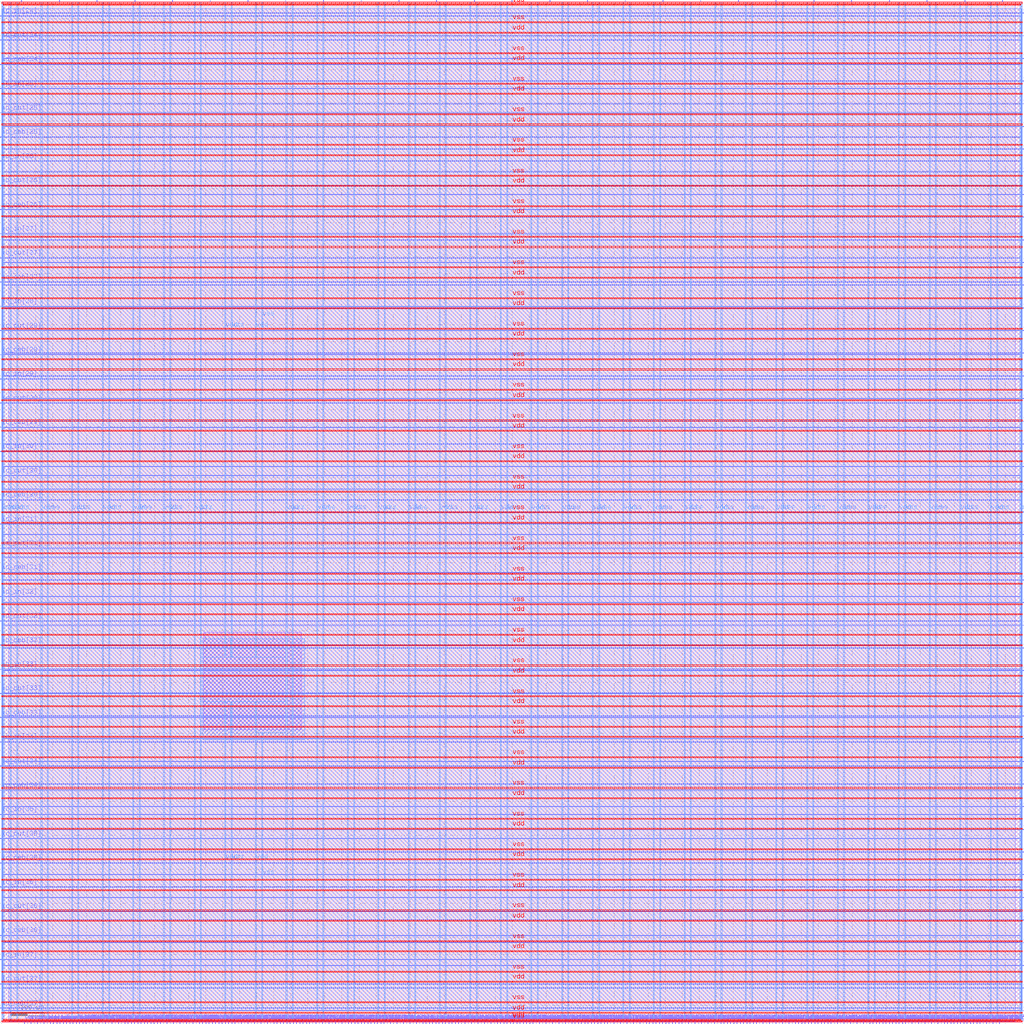
<source format=lef>
VERSION 5.7 ;
  NOWIREEXTENSIONATPIN ON ;
  DIVIDERCHAR "/" ;
  BUSBITCHARS "[]" ;
MACRO user_project_wrapper
  CLASS BLOCK ;
  FOREIGN user_project_wrapper ;
  ORIGIN 0.000 0.000 ;
  SIZE 3000.000 BY 3000.000 ;
  PIN io_in[0]
    DIRECTION INPUT ;
    USE SIGNAL ;
    PORT
      LAYER Metal3 ;
        RECT 2997.600 33.320 3004.800 34.440 ;
    END
  END io_in[0]
  PIN io_in[10]
    DIRECTION INPUT ;
    USE SIGNAL ;
    PORT
      LAYER Metal3 ;
        RECT 2997.600 2032.520 3004.800 2033.640 ;
    END
  END io_in[10]
  PIN io_in[11]
    DIRECTION INPUT ;
    USE SIGNAL ;
    PORT
      LAYER Metal3 ;
        RECT 2997.600 2232.440 3004.800 2233.560 ;
    END
  END io_in[11]
  PIN io_in[12]
    DIRECTION INPUT ;
    USE SIGNAL ;
    PORT
      LAYER Metal3 ;
        RECT 2997.600 2432.360 3004.800 2433.480 ;
    END
  END io_in[12]
  PIN io_in[13]
    DIRECTION INPUT ;
    USE SIGNAL ;
    PORT
      LAYER Metal3 ;
        RECT 2997.600 2632.280 3004.800 2633.400 ;
    END
  END io_in[13]
  PIN io_in[14]
    DIRECTION INPUT ;
    USE SIGNAL ;
    PORT
      LAYER Metal3 ;
        RECT 2997.600 2832.200 3004.800 2833.320 ;
    END
  END io_in[14]
  PIN io_in[15]
    DIRECTION INPUT ;
    USE SIGNAL ;
    PORT
      LAYER Metal2 ;
        RECT 2940.840 2997.600 2941.960 3004.800 ;
    END
  END io_in[15]
  PIN io_in[16]
    DIRECTION INPUT ;
    USE SIGNAL ;
    PORT
      LAYER Metal2 ;
        RECT 2608.200 2997.600 2609.320 3004.800 ;
    END
  END io_in[16]
  PIN io_in[17]
    DIRECTION INPUT ;
    USE SIGNAL ;
    PORT
      LAYER Metal2 ;
        RECT 2275.560 2997.600 2276.680 3004.800 ;
    END
  END io_in[17]
  PIN io_in[18]
    DIRECTION INPUT ;
    USE SIGNAL ;
    PORT
      LAYER Metal2 ;
        RECT 1942.920 2997.600 1944.040 3004.800 ;
    END
  END io_in[18]
  PIN io_in[19]
    DIRECTION INPUT ;
    USE SIGNAL ;
    PORT
      LAYER Metal2 ;
        RECT 1610.280 2997.600 1611.400 3004.800 ;
    END
  END io_in[19]
  PIN io_in[1]
    DIRECTION INPUT ;
    USE SIGNAL ;
    PORT
      LAYER Metal3 ;
        RECT 2997.600 233.240 3004.800 234.360 ;
    END
  END io_in[1]
  PIN io_in[20]
    DIRECTION INPUT ;
    USE SIGNAL ;
    PORT
      LAYER Metal2 ;
        RECT 1277.640 2997.600 1278.760 3004.800 ;
    END
  END io_in[20]
  PIN io_in[21]
    DIRECTION INPUT ;
    USE SIGNAL ;
    PORT
      LAYER Metal2 ;
        RECT 945.000 2997.600 946.120 3004.800 ;
    END
  END io_in[21]
  PIN io_in[22]
    DIRECTION INPUT ;
    USE SIGNAL ;
    PORT
      LAYER Metal2 ;
        RECT 612.360 2997.600 613.480 3004.800 ;
    END
  END io_in[22]
  PIN io_in[23]
    DIRECTION INPUT ;
    USE SIGNAL ;
    PORT
      LAYER Metal2 ;
        RECT 279.720 2997.600 280.840 3004.800 ;
    END
  END io_in[23]
  PIN io_in[24]
    DIRECTION INPUT ;
    USE SIGNAL ;
    PORT
      LAYER Metal3 ;
        RECT -4.800 2957.080 2.400 2958.200 ;
    END
  END io_in[24]
  PIN io_in[25]
    DIRECTION INPUT ;
    USE SIGNAL ;
    PORT
      LAYER Metal3 ;
        RECT -4.800 2743.720 2.400 2744.840 ;
    END
  END io_in[25]
  PIN io_in[26]
    DIRECTION INPUT ;
    USE SIGNAL ;
    PORT
      LAYER Metal3 ;
        RECT -4.800 2530.360 2.400 2531.480 ;
    END
  END io_in[26]
  PIN io_in[27]
    DIRECTION INPUT ;
    USE SIGNAL ;
    PORT
      LAYER Metal3 ;
        RECT -4.800 2317.000 2.400 2318.120 ;
    END
  END io_in[27]
  PIN io_in[28]
    DIRECTION INPUT ;
    USE SIGNAL ;
    PORT
      LAYER Metal3 ;
        RECT -4.800 2103.640 2.400 2104.760 ;
    END
  END io_in[28]
  PIN io_in[29]
    DIRECTION INPUT ;
    USE SIGNAL ;
    PORT
      LAYER Metal3 ;
        RECT -4.800 1890.280 2.400 1891.400 ;
    END
  END io_in[29]
  PIN io_in[2]
    DIRECTION INPUT ;
    USE SIGNAL ;
    PORT
      LAYER Metal3 ;
        RECT 2997.600 433.160 3004.800 434.280 ;
    END
  END io_in[2]
  PIN io_in[30]
    DIRECTION INPUT ;
    USE SIGNAL ;
    PORT
      LAYER Metal3 ;
        RECT -4.800 1676.920 2.400 1678.040 ;
    END
  END io_in[30]
  PIN io_in[31]
    DIRECTION INPUT ;
    USE SIGNAL ;
    PORT
      LAYER Metal3 ;
        RECT -4.800 1463.560 2.400 1464.680 ;
    END
  END io_in[31]
  PIN io_in[32]
    DIRECTION INPUT ;
    USE SIGNAL ;
    PORT
      LAYER Metal3 ;
        RECT -4.800 1250.200 2.400 1251.320 ;
    END
  END io_in[32]
  PIN io_in[33]
    DIRECTION INPUT ;
    USE SIGNAL ;
    PORT
      LAYER Metal3 ;
        RECT -4.800 1036.840 2.400 1037.960 ;
    END
  END io_in[33]
  PIN io_in[34]
    DIRECTION INPUT ;
    USE SIGNAL ;
    PORT
      LAYER Metal3 ;
        RECT -4.800 823.480 2.400 824.600 ;
    END
  END io_in[34]
  PIN io_in[35]
    DIRECTION INPUT ;
    USE SIGNAL ;
    PORT
      LAYER Metal3 ;
        RECT -4.800 610.120 2.400 611.240 ;
    END
  END io_in[35]
  PIN io_in[36]
    DIRECTION INPUT ;
    USE SIGNAL ;
    PORT
      LAYER Metal3 ;
        RECT -4.800 396.760 2.400 397.880 ;
    END
  END io_in[36]
  PIN io_in[37]
    DIRECTION INPUT ;
    USE SIGNAL ;
    PORT
      LAYER Metal3 ;
        RECT -4.800 183.400 2.400 184.520 ;
    END
  END io_in[37]
  PIN io_in[3]
    DIRECTION INPUT ;
    USE SIGNAL ;
    PORT
      LAYER Metal3 ;
        RECT 2997.600 633.080 3004.800 634.200 ;
    END
  END io_in[3]
  PIN io_in[4]
    DIRECTION INPUT ;
    USE SIGNAL ;
    PORT
      LAYER Metal3 ;
        RECT 2997.600 833.000 3004.800 834.120 ;
    END
  END io_in[4]
  PIN io_in[5]
    DIRECTION INPUT ;
    USE SIGNAL ;
    PORT
      LAYER Metal3 ;
        RECT 2997.600 1032.920 3004.800 1034.040 ;
    END
  END io_in[5]
  PIN io_in[6]
    DIRECTION INPUT ;
    USE SIGNAL ;
    PORT
      LAYER Metal3 ;
        RECT 2997.600 1232.840 3004.800 1233.960 ;
    END
  END io_in[6]
  PIN io_in[7]
    DIRECTION INPUT ;
    USE SIGNAL ;
    PORT
      LAYER Metal3 ;
        RECT 2997.600 1432.760 3004.800 1433.880 ;
    END
  END io_in[7]
  PIN io_in[8]
    DIRECTION INPUT ;
    USE SIGNAL ;
    PORT
      LAYER Metal3 ;
        RECT 2997.600 1632.680 3004.800 1633.800 ;
    END
  END io_in[8]
  PIN io_in[9]
    DIRECTION INPUT ;
    USE SIGNAL ;
    PORT
      LAYER Metal3 ;
        RECT 2997.600 1832.600 3004.800 1833.720 ;
    END
  END io_in[9]
  PIN io_oeb[0]
    DIRECTION OUTPUT TRISTATE ;
    USE SIGNAL ;
    PORT
      LAYER Metal3 ;
        RECT 2997.600 166.600 3004.800 167.720 ;
    END
  END io_oeb[0]
  PIN io_oeb[10]
    DIRECTION OUTPUT TRISTATE ;
    USE SIGNAL ;
    PORT
      LAYER Metal3 ;
        RECT 2997.600 2165.800 3004.800 2166.920 ;
    END
  END io_oeb[10]
  PIN io_oeb[11]
    DIRECTION OUTPUT TRISTATE ;
    USE SIGNAL ;
    PORT
      LAYER Metal3 ;
        RECT 2997.600 2365.720 3004.800 2366.840 ;
    END
  END io_oeb[11]
  PIN io_oeb[12]
    DIRECTION OUTPUT TRISTATE ;
    USE SIGNAL ;
    PORT
      LAYER Metal3 ;
        RECT 2997.600 2565.640 3004.800 2566.760 ;
    END
  END io_oeb[12]
  PIN io_oeb[13]
    DIRECTION OUTPUT TRISTATE ;
    USE SIGNAL ;
    PORT
      LAYER Metal3 ;
        RECT 2997.600 2765.560 3004.800 2766.680 ;
    END
  END io_oeb[13]
  PIN io_oeb[14]
    DIRECTION OUTPUT TRISTATE ;
    USE SIGNAL ;
    PORT
      LAYER Metal3 ;
        RECT 2997.600 2965.480 3004.800 2966.600 ;
    END
  END io_oeb[14]
  PIN io_oeb[15]
    DIRECTION OUTPUT TRISTATE ;
    USE SIGNAL ;
    PORT
      LAYER Metal2 ;
        RECT 2719.080 2997.600 2720.200 3004.800 ;
    END
  END io_oeb[15]
  PIN io_oeb[16]
    DIRECTION OUTPUT TRISTATE ;
    USE SIGNAL ;
    PORT
      LAYER Metal2 ;
        RECT 2386.440 2997.600 2387.560 3004.800 ;
    END
  END io_oeb[16]
  PIN io_oeb[17]
    DIRECTION OUTPUT TRISTATE ;
    USE SIGNAL ;
    PORT
      LAYER Metal2 ;
        RECT 2053.800 2997.600 2054.920 3004.800 ;
    END
  END io_oeb[17]
  PIN io_oeb[18]
    DIRECTION OUTPUT TRISTATE ;
    USE SIGNAL ;
    PORT
      LAYER Metal2 ;
        RECT 1721.160 2997.600 1722.280 3004.800 ;
    END
  END io_oeb[18]
  PIN io_oeb[19]
    DIRECTION OUTPUT TRISTATE ;
    USE SIGNAL ;
    PORT
      LAYER Metal2 ;
        RECT 1388.520 2997.600 1389.640 3004.800 ;
    END
  END io_oeb[19]
  PIN io_oeb[1]
    DIRECTION OUTPUT TRISTATE ;
    USE SIGNAL ;
    PORT
      LAYER Metal3 ;
        RECT 2997.600 366.520 3004.800 367.640 ;
    END
  END io_oeb[1]
  PIN io_oeb[20]
    DIRECTION OUTPUT TRISTATE ;
    USE SIGNAL ;
    PORT
      LAYER Metal2 ;
        RECT 1055.880 2997.600 1057.000 3004.800 ;
    END
  END io_oeb[20]
  PIN io_oeb[21]
    DIRECTION OUTPUT TRISTATE ;
    USE SIGNAL ;
    PORT
      LAYER Metal2 ;
        RECT 723.240 2997.600 724.360 3004.800 ;
    END
  END io_oeb[21]
  PIN io_oeb[22]
    DIRECTION OUTPUT TRISTATE ;
    USE SIGNAL ;
    PORT
      LAYER Metal2 ;
        RECT 390.600 2997.600 391.720 3004.800 ;
    END
  END io_oeb[22]
  PIN io_oeb[23]
    DIRECTION OUTPUT TRISTATE ;
    USE SIGNAL ;
    PORT
      LAYER Metal2 ;
        RECT 57.960 2997.600 59.080 3004.800 ;
    END
  END io_oeb[23]
  PIN io_oeb[24]
    DIRECTION OUTPUT TRISTATE ;
    USE SIGNAL ;
    PORT
      LAYER Metal3 ;
        RECT -4.800 2814.840 2.400 2815.960 ;
    END
  END io_oeb[24]
  PIN io_oeb[25]
    DIRECTION OUTPUT TRISTATE ;
    USE SIGNAL ;
    PORT
      LAYER Metal3 ;
        RECT -4.800 2601.480 2.400 2602.600 ;
    END
  END io_oeb[25]
  PIN io_oeb[26]
    DIRECTION OUTPUT TRISTATE ;
    USE SIGNAL ;
    PORT
      LAYER Metal3 ;
        RECT -4.800 2388.120 2.400 2389.240 ;
    END
  END io_oeb[26]
  PIN io_oeb[27]
    DIRECTION OUTPUT TRISTATE ;
    USE SIGNAL ;
    PORT
      LAYER Metal3 ;
        RECT -4.800 2174.760 2.400 2175.880 ;
    END
  END io_oeb[27]
  PIN io_oeb[28]
    DIRECTION OUTPUT TRISTATE ;
    USE SIGNAL ;
    PORT
      LAYER Metal3 ;
        RECT -4.800 1961.400 2.400 1962.520 ;
    END
  END io_oeb[28]
  PIN io_oeb[29]
    DIRECTION OUTPUT TRISTATE ;
    USE SIGNAL ;
    PORT
      LAYER Metal3 ;
        RECT -4.800 1748.040 2.400 1749.160 ;
    END
  END io_oeb[29]
  PIN io_oeb[2]
    DIRECTION OUTPUT TRISTATE ;
    USE SIGNAL ;
    PORT
      LAYER Metal3 ;
        RECT 2997.600 566.440 3004.800 567.560 ;
    END
  END io_oeb[2]
  PIN io_oeb[30]
    DIRECTION OUTPUT TRISTATE ;
    USE SIGNAL ;
    PORT
      LAYER Metal3 ;
        RECT -4.800 1534.680 2.400 1535.800 ;
    END
  END io_oeb[30]
  PIN io_oeb[31]
    DIRECTION OUTPUT TRISTATE ;
    USE SIGNAL ;
    PORT
      LAYER Metal3 ;
        RECT -4.800 1321.320 2.400 1322.440 ;
    END
  END io_oeb[31]
  PIN io_oeb[32]
    DIRECTION OUTPUT TRISTATE ;
    USE SIGNAL ;
    PORT
      LAYER Metal3 ;
        RECT -4.800 1107.960 2.400 1109.080 ;
    END
  END io_oeb[32]
  PIN io_oeb[33]
    DIRECTION OUTPUT TRISTATE ;
    USE SIGNAL ;
    PORT
      LAYER Metal3 ;
        RECT -4.800 894.600 2.400 895.720 ;
    END
  END io_oeb[33]
  PIN io_oeb[34]
    DIRECTION OUTPUT TRISTATE ;
    USE SIGNAL ;
    PORT
      LAYER Metal3 ;
        RECT -4.800 681.240 2.400 682.360 ;
    END
  END io_oeb[34]
  PIN io_oeb[35]
    DIRECTION OUTPUT TRISTATE ;
    USE SIGNAL ;
    PORT
      LAYER Metal3 ;
        RECT -4.800 467.880 2.400 469.000 ;
    END
  END io_oeb[35]
  PIN io_oeb[36]
    DIRECTION OUTPUT TRISTATE ;
    USE SIGNAL ;
    PORT
      LAYER Metal3 ;
        RECT -4.800 254.520 2.400 255.640 ;
    END
  END io_oeb[36]
  PIN io_oeb[37]
    DIRECTION OUTPUT TRISTATE ;
    USE SIGNAL ;
    PORT
      LAYER Metal3 ;
        RECT -4.800 41.160 2.400 42.280 ;
    END
  END io_oeb[37]
  PIN io_oeb[3]
    DIRECTION OUTPUT TRISTATE ;
    USE SIGNAL ;
    PORT
      LAYER Metal3 ;
        RECT 2997.600 766.360 3004.800 767.480 ;
    END
  END io_oeb[3]
  PIN io_oeb[4]
    DIRECTION OUTPUT TRISTATE ;
    USE SIGNAL ;
    PORT
      LAYER Metal3 ;
        RECT 2997.600 966.280 3004.800 967.400 ;
    END
  END io_oeb[4]
  PIN io_oeb[5]
    DIRECTION OUTPUT TRISTATE ;
    USE SIGNAL ;
    PORT
      LAYER Metal3 ;
        RECT 2997.600 1166.200 3004.800 1167.320 ;
    END
  END io_oeb[5]
  PIN io_oeb[6]
    DIRECTION OUTPUT TRISTATE ;
    USE SIGNAL ;
    PORT
      LAYER Metal3 ;
        RECT 2997.600 1366.120 3004.800 1367.240 ;
    END
  END io_oeb[6]
  PIN io_oeb[7]
    DIRECTION OUTPUT TRISTATE ;
    USE SIGNAL ;
    PORT
      LAYER Metal3 ;
        RECT 2997.600 1566.040 3004.800 1567.160 ;
    END
  END io_oeb[7]
  PIN io_oeb[8]
    DIRECTION OUTPUT TRISTATE ;
    USE SIGNAL ;
    PORT
      LAYER Metal3 ;
        RECT 2997.600 1765.960 3004.800 1767.080 ;
    END
  END io_oeb[8]
  PIN io_oeb[9]
    DIRECTION OUTPUT TRISTATE ;
    USE SIGNAL ;
    PORT
      LAYER Metal3 ;
        RECT 2997.600 1965.880 3004.800 1967.000 ;
    END
  END io_oeb[9]
  PIN io_out[0]
    DIRECTION OUTPUT TRISTATE ;
    USE SIGNAL ;
    PORT
      LAYER Metal3 ;
        RECT 2997.600 99.960 3004.800 101.080 ;
    END
  END io_out[0]
  PIN io_out[10]
    DIRECTION OUTPUT TRISTATE ;
    USE SIGNAL ;
    PORT
      LAYER Metal3 ;
        RECT 2997.600 2099.160 3004.800 2100.280 ;
    END
  END io_out[10]
  PIN io_out[11]
    DIRECTION OUTPUT TRISTATE ;
    USE SIGNAL ;
    PORT
      LAYER Metal3 ;
        RECT 2997.600 2299.080 3004.800 2300.200 ;
    END
  END io_out[11]
  PIN io_out[12]
    DIRECTION OUTPUT TRISTATE ;
    USE SIGNAL ;
    PORT
      LAYER Metal3 ;
        RECT 2997.600 2499.000 3004.800 2500.120 ;
    END
  END io_out[12]
  PIN io_out[13]
    DIRECTION OUTPUT TRISTATE ;
    USE SIGNAL ;
    PORT
      LAYER Metal3 ;
        RECT 2997.600 2698.920 3004.800 2700.040 ;
    END
  END io_out[13]
  PIN io_out[14]
    DIRECTION OUTPUT TRISTATE ;
    USE SIGNAL ;
    PORT
      LAYER Metal3 ;
        RECT 2997.600 2898.840 3004.800 2899.960 ;
    END
  END io_out[14]
  PIN io_out[15]
    DIRECTION OUTPUT TRISTATE ;
    USE SIGNAL ;
    PORT
      LAYER Metal2 ;
        RECT 2829.960 2997.600 2831.080 3004.800 ;
    END
  END io_out[15]
  PIN io_out[16]
    DIRECTION OUTPUT TRISTATE ;
    USE SIGNAL ;
    PORT
      LAYER Metal2 ;
        RECT 2497.320 2997.600 2498.440 3004.800 ;
    END
  END io_out[16]
  PIN io_out[17]
    DIRECTION OUTPUT TRISTATE ;
    USE SIGNAL ;
    PORT
      LAYER Metal2 ;
        RECT 2164.680 2997.600 2165.800 3004.800 ;
    END
  END io_out[17]
  PIN io_out[18]
    DIRECTION OUTPUT TRISTATE ;
    USE SIGNAL ;
    PORT
      LAYER Metal2 ;
        RECT 1832.040 2997.600 1833.160 3004.800 ;
    END
  END io_out[18]
  PIN io_out[19]
    DIRECTION OUTPUT TRISTATE ;
    USE SIGNAL ;
    PORT
      LAYER Metal2 ;
        RECT 1499.400 2997.600 1500.520 3004.800 ;
    END
  END io_out[19]
  PIN io_out[1]
    DIRECTION OUTPUT TRISTATE ;
    USE SIGNAL ;
    PORT
      LAYER Metal3 ;
        RECT 2997.600 299.880 3004.800 301.000 ;
    END
  END io_out[1]
  PIN io_out[20]
    DIRECTION OUTPUT TRISTATE ;
    USE SIGNAL ;
    PORT
      LAYER Metal2 ;
        RECT 1166.760 2997.600 1167.880 3004.800 ;
    END
  END io_out[20]
  PIN io_out[21]
    DIRECTION OUTPUT TRISTATE ;
    USE SIGNAL ;
    PORT
      LAYER Metal2 ;
        RECT 834.120 2997.600 835.240 3004.800 ;
    END
  END io_out[21]
  PIN io_out[22]
    DIRECTION OUTPUT TRISTATE ;
    USE SIGNAL ;
    PORT
      LAYER Metal2 ;
        RECT 501.480 2997.600 502.600 3004.800 ;
    END
  END io_out[22]
  PIN io_out[23]
    DIRECTION OUTPUT TRISTATE ;
    USE SIGNAL ;
    PORT
      LAYER Metal2 ;
        RECT 168.840 2997.600 169.960 3004.800 ;
    END
  END io_out[23]
  PIN io_out[24]
    DIRECTION OUTPUT TRISTATE ;
    USE SIGNAL ;
    PORT
      LAYER Metal3 ;
        RECT -4.800 2885.960 2.400 2887.080 ;
    END
  END io_out[24]
  PIN io_out[25]
    DIRECTION OUTPUT TRISTATE ;
    USE SIGNAL ;
    PORT
      LAYER Metal3 ;
        RECT -4.800 2672.600 2.400 2673.720 ;
    END
  END io_out[25]
  PIN io_out[26]
    DIRECTION OUTPUT TRISTATE ;
    USE SIGNAL ;
    PORT
      LAYER Metal3 ;
        RECT -4.800 2459.240 2.400 2460.360 ;
    END
  END io_out[26]
  PIN io_out[27]
    DIRECTION OUTPUT TRISTATE ;
    USE SIGNAL ;
    PORT
      LAYER Metal3 ;
        RECT -4.800 2245.880 2.400 2247.000 ;
    END
  END io_out[27]
  PIN io_out[28]
    DIRECTION OUTPUT TRISTATE ;
    USE SIGNAL ;
    PORT
      LAYER Metal3 ;
        RECT -4.800 2032.520 2.400 2033.640 ;
    END
  END io_out[28]
  PIN io_out[29]
    DIRECTION OUTPUT TRISTATE ;
    USE SIGNAL ;
    PORT
      LAYER Metal3 ;
        RECT -4.800 1819.160 2.400 1820.280 ;
    END
  END io_out[29]
  PIN io_out[2]
    DIRECTION OUTPUT TRISTATE ;
    USE SIGNAL ;
    PORT
      LAYER Metal3 ;
        RECT 2997.600 499.800 3004.800 500.920 ;
    END
  END io_out[2]
  PIN io_out[30]
    DIRECTION OUTPUT TRISTATE ;
    USE SIGNAL ;
    PORT
      LAYER Metal3 ;
        RECT -4.800 1605.800 2.400 1606.920 ;
    END
  END io_out[30]
  PIN io_out[31]
    DIRECTION OUTPUT TRISTATE ;
    USE SIGNAL ;
    PORT
      LAYER Metal3 ;
        RECT -4.800 1392.440 2.400 1393.560 ;
    END
  END io_out[31]
  PIN io_out[32]
    DIRECTION OUTPUT TRISTATE ;
    USE SIGNAL ;
    PORT
      LAYER Metal3 ;
        RECT -4.800 1179.080 2.400 1180.200 ;
    END
  END io_out[32]
  PIN io_out[33]
    DIRECTION OUTPUT TRISTATE ;
    USE SIGNAL ;
    PORT
      LAYER Metal3 ;
        RECT -4.800 965.720 2.400 966.840 ;
    END
  END io_out[33]
  PIN io_out[34]
    DIRECTION OUTPUT TRISTATE ;
    USE SIGNAL ;
    PORT
      LAYER Metal3 ;
        RECT -4.800 752.360 2.400 753.480 ;
    END
  END io_out[34]
  PIN io_out[35]
    DIRECTION OUTPUT TRISTATE ;
    USE SIGNAL ;
    PORT
      LAYER Metal3 ;
        RECT -4.800 539.000 2.400 540.120 ;
    END
  END io_out[35]
  PIN io_out[36]
    DIRECTION OUTPUT TRISTATE ;
    USE SIGNAL ;
    PORT
      LAYER Metal3 ;
        RECT -4.800 325.640 2.400 326.760 ;
    END
  END io_out[36]
  PIN io_out[37]
    DIRECTION OUTPUT TRISTATE ;
    USE SIGNAL ;
    PORT
      LAYER Metal3 ;
        RECT -4.800 112.280 2.400 113.400 ;
    END
  END io_out[37]
  PIN io_out[3]
    DIRECTION OUTPUT TRISTATE ;
    USE SIGNAL ;
    PORT
      LAYER Metal3 ;
        RECT 2997.600 699.720 3004.800 700.840 ;
    END
  END io_out[3]
  PIN io_out[4]
    DIRECTION OUTPUT TRISTATE ;
    USE SIGNAL ;
    PORT
      LAYER Metal3 ;
        RECT 2997.600 899.640 3004.800 900.760 ;
    END
  END io_out[4]
  PIN io_out[5]
    DIRECTION OUTPUT TRISTATE ;
    USE SIGNAL ;
    PORT
      LAYER Metal3 ;
        RECT 2997.600 1099.560 3004.800 1100.680 ;
    END
  END io_out[5]
  PIN io_out[6]
    DIRECTION OUTPUT TRISTATE ;
    USE SIGNAL ;
    PORT
      LAYER Metal3 ;
        RECT 2997.600 1299.480 3004.800 1300.600 ;
    END
  END io_out[6]
  PIN io_out[7]
    DIRECTION OUTPUT TRISTATE ;
    USE SIGNAL ;
    PORT
      LAYER Metal3 ;
        RECT 2997.600 1499.400 3004.800 1500.520 ;
    END
  END io_out[7]
  PIN io_out[8]
    DIRECTION OUTPUT TRISTATE ;
    USE SIGNAL ;
    PORT
      LAYER Metal3 ;
        RECT 2997.600 1699.320 3004.800 1700.440 ;
    END
  END io_out[8]
  PIN io_out[9]
    DIRECTION OUTPUT TRISTATE ;
    USE SIGNAL ;
    PORT
      LAYER Metal3 ;
        RECT 2997.600 1899.240 3004.800 1900.360 ;
    END
  END io_out[9]
  PIN la_data_in[0]
    DIRECTION INPUT ;
    USE SIGNAL ;
    PORT
      LAYER Metal2 ;
        RECT 1075.480 -4.800 1076.600 2.400 ;
    END
  END la_data_in[0]
  PIN la_data_in[10]
    DIRECTION INPUT ;
    USE SIGNAL ;
    PORT
      LAYER Metal2 ;
        RECT 1361.080 -4.800 1362.200 2.400 ;
    END
  END la_data_in[10]
  PIN la_data_in[11]
    DIRECTION INPUT ;
    USE SIGNAL ;
    PORT
      LAYER Metal2 ;
        RECT 1389.640 -4.800 1390.760 2.400 ;
    END
  END la_data_in[11]
  PIN la_data_in[12]
    DIRECTION INPUT ;
    USE SIGNAL ;
    PORT
      LAYER Metal2 ;
        RECT 1418.200 -4.800 1419.320 2.400 ;
    END
  END la_data_in[12]
  PIN la_data_in[13]
    DIRECTION INPUT ;
    USE SIGNAL ;
    PORT
      LAYER Metal2 ;
        RECT 1446.760 -4.800 1447.880 2.400 ;
    END
  END la_data_in[13]
  PIN la_data_in[14]
    DIRECTION INPUT ;
    USE SIGNAL ;
    PORT
      LAYER Metal2 ;
        RECT 1475.320 -4.800 1476.440 2.400 ;
    END
  END la_data_in[14]
  PIN la_data_in[15]
    DIRECTION INPUT ;
    USE SIGNAL ;
    PORT
      LAYER Metal2 ;
        RECT 1503.880 -4.800 1505.000 2.400 ;
    END
  END la_data_in[15]
  PIN la_data_in[16]
    DIRECTION INPUT ;
    USE SIGNAL ;
    PORT
      LAYER Metal2 ;
        RECT 1532.440 -4.800 1533.560 2.400 ;
    END
  END la_data_in[16]
  PIN la_data_in[17]
    DIRECTION INPUT ;
    USE SIGNAL ;
    PORT
      LAYER Metal2 ;
        RECT 1561.000 -4.800 1562.120 2.400 ;
    END
  END la_data_in[17]
  PIN la_data_in[18]
    DIRECTION INPUT ;
    USE SIGNAL ;
    PORT
      LAYER Metal2 ;
        RECT 1589.560 -4.800 1590.680 2.400 ;
    END
  END la_data_in[18]
  PIN la_data_in[19]
    DIRECTION INPUT ;
    USE SIGNAL ;
    PORT
      LAYER Metal2 ;
        RECT 1618.120 -4.800 1619.240 2.400 ;
    END
  END la_data_in[19]
  PIN la_data_in[1]
    DIRECTION INPUT ;
    USE SIGNAL ;
    PORT
      LAYER Metal2 ;
        RECT 1104.040 -4.800 1105.160 2.400 ;
    END
  END la_data_in[1]
  PIN la_data_in[20]
    DIRECTION INPUT ;
    USE SIGNAL ;
    PORT
      LAYER Metal2 ;
        RECT 1646.680 -4.800 1647.800 2.400 ;
    END
  END la_data_in[20]
  PIN la_data_in[21]
    DIRECTION INPUT ;
    USE SIGNAL ;
    PORT
      LAYER Metal2 ;
        RECT 1675.240 -4.800 1676.360 2.400 ;
    END
  END la_data_in[21]
  PIN la_data_in[22]
    DIRECTION INPUT ;
    USE SIGNAL ;
    PORT
      LAYER Metal2 ;
        RECT 1703.800 -4.800 1704.920 2.400 ;
    END
  END la_data_in[22]
  PIN la_data_in[23]
    DIRECTION INPUT ;
    USE SIGNAL ;
    PORT
      LAYER Metal2 ;
        RECT 1732.360 -4.800 1733.480 2.400 ;
    END
  END la_data_in[23]
  PIN la_data_in[24]
    DIRECTION INPUT ;
    USE SIGNAL ;
    PORT
      LAYER Metal2 ;
        RECT 1760.920 -4.800 1762.040 2.400 ;
    END
  END la_data_in[24]
  PIN la_data_in[25]
    DIRECTION INPUT ;
    USE SIGNAL ;
    PORT
      LAYER Metal2 ;
        RECT 1789.480 -4.800 1790.600 2.400 ;
    END
  END la_data_in[25]
  PIN la_data_in[26]
    DIRECTION INPUT ;
    USE SIGNAL ;
    PORT
      LAYER Metal2 ;
        RECT 1818.040 -4.800 1819.160 2.400 ;
    END
  END la_data_in[26]
  PIN la_data_in[27]
    DIRECTION INPUT ;
    USE SIGNAL ;
    PORT
      LAYER Metal2 ;
        RECT 1846.600 -4.800 1847.720 2.400 ;
    END
  END la_data_in[27]
  PIN la_data_in[28]
    DIRECTION INPUT ;
    USE SIGNAL ;
    PORT
      LAYER Metal2 ;
        RECT 1875.160 -4.800 1876.280 2.400 ;
    END
  END la_data_in[28]
  PIN la_data_in[29]
    DIRECTION INPUT ;
    USE SIGNAL ;
    PORT
      LAYER Metal2 ;
        RECT 1903.720 -4.800 1904.840 2.400 ;
    END
  END la_data_in[29]
  PIN la_data_in[2]
    DIRECTION INPUT ;
    USE SIGNAL ;
    PORT
      LAYER Metal2 ;
        RECT 1132.600 -4.800 1133.720 2.400 ;
    END
  END la_data_in[2]
  PIN la_data_in[30]
    DIRECTION INPUT ;
    USE SIGNAL ;
    PORT
      LAYER Metal2 ;
        RECT 1932.280 -4.800 1933.400 2.400 ;
    END
  END la_data_in[30]
  PIN la_data_in[31]
    DIRECTION INPUT ;
    USE SIGNAL ;
    PORT
      LAYER Metal2 ;
        RECT 1960.840 -4.800 1961.960 2.400 ;
    END
  END la_data_in[31]
  PIN la_data_in[32]
    DIRECTION INPUT ;
    USE SIGNAL ;
    PORT
      LAYER Metal2 ;
        RECT 1989.400 -4.800 1990.520 2.400 ;
    END
  END la_data_in[32]
  PIN la_data_in[33]
    DIRECTION INPUT ;
    USE SIGNAL ;
    PORT
      LAYER Metal2 ;
        RECT 2017.960 -4.800 2019.080 2.400 ;
    END
  END la_data_in[33]
  PIN la_data_in[34]
    DIRECTION INPUT ;
    USE SIGNAL ;
    PORT
      LAYER Metal2 ;
        RECT 2046.520 -4.800 2047.640 2.400 ;
    END
  END la_data_in[34]
  PIN la_data_in[35]
    DIRECTION INPUT ;
    USE SIGNAL ;
    PORT
      LAYER Metal2 ;
        RECT 2075.080 -4.800 2076.200 2.400 ;
    END
  END la_data_in[35]
  PIN la_data_in[36]
    DIRECTION INPUT ;
    USE SIGNAL ;
    PORT
      LAYER Metal2 ;
        RECT 2103.640 -4.800 2104.760 2.400 ;
    END
  END la_data_in[36]
  PIN la_data_in[37]
    DIRECTION INPUT ;
    USE SIGNAL ;
    PORT
      LAYER Metal2 ;
        RECT 2132.200 -4.800 2133.320 2.400 ;
    END
  END la_data_in[37]
  PIN la_data_in[38]
    DIRECTION INPUT ;
    USE SIGNAL ;
    PORT
      LAYER Metal2 ;
        RECT 2160.760 -4.800 2161.880 2.400 ;
    END
  END la_data_in[38]
  PIN la_data_in[39]
    DIRECTION INPUT ;
    USE SIGNAL ;
    PORT
      LAYER Metal2 ;
        RECT 2189.320 -4.800 2190.440 2.400 ;
    END
  END la_data_in[39]
  PIN la_data_in[3]
    DIRECTION INPUT ;
    USE SIGNAL ;
    PORT
      LAYER Metal2 ;
        RECT 1161.160 -4.800 1162.280 2.400 ;
    END
  END la_data_in[3]
  PIN la_data_in[40]
    DIRECTION INPUT ;
    USE SIGNAL ;
    PORT
      LAYER Metal2 ;
        RECT 2217.880 -4.800 2219.000 2.400 ;
    END
  END la_data_in[40]
  PIN la_data_in[41]
    DIRECTION INPUT ;
    USE SIGNAL ;
    PORT
      LAYER Metal2 ;
        RECT 2246.440 -4.800 2247.560 2.400 ;
    END
  END la_data_in[41]
  PIN la_data_in[42]
    DIRECTION INPUT ;
    USE SIGNAL ;
    PORT
      LAYER Metal2 ;
        RECT 2275.000 -4.800 2276.120 2.400 ;
    END
  END la_data_in[42]
  PIN la_data_in[43]
    DIRECTION INPUT ;
    USE SIGNAL ;
    PORT
      LAYER Metal2 ;
        RECT 2303.560 -4.800 2304.680 2.400 ;
    END
  END la_data_in[43]
  PIN la_data_in[44]
    DIRECTION INPUT ;
    USE SIGNAL ;
    PORT
      LAYER Metal2 ;
        RECT 2332.120 -4.800 2333.240 2.400 ;
    END
  END la_data_in[44]
  PIN la_data_in[45]
    DIRECTION INPUT ;
    USE SIGNAL ;
    PORT
      LAYER Metal2 ;
        RECT 2360.680 -4.800 2361.800 2.400 ;
    END
  END la_data_in[45]
  PIN la_data_in[46]
    DIRECTION INPUT ;
    USE SIGNAL ;
    PORT
      LAYER Metal2 ;
        RECT 2389.240 -4.800 2390.360 2.400 ;
    END
  END la_data_in[46]
  PIN la_data_in[47]
    DIRECTION INPUT ;
    USE SIGNAL ;
    PORT
      LAYER Metal2 ;
        RECT 2417.800 -4.800 2418.920 2.400 ;
    END
  END la_data_in[47]
  PIN la_data_in[48]
    DIRECTION INPUT ;
    USE SIGNAL ;
    PORT
      LAYER Metal2 ;
        RECT 2446.360 -4.800 2447.480 2.400 ;
    END
  END la_data_in[48]
  PIN la_data_in[49]
    DIRECTION INPUT ;
    USE SIGNAL ;
    PORT
      LAYER Metal2 ;
        RECT 2474.920 -4.800 2476.040 2.400 ;
    END
  END la_data_in[49]
  PIN la_data_in[4]
    DIRECTION INPUT ;
    USE SIGNAL ;
    PORT
      LAYER Metal2 ;
        RECT 1189.720 -4.800 1190.840 2.400 ;
    END
  END la_data_in[4]
  PIN la_data_in[50]
    DIRECTION INPUT ;
    USE SIGNAL ;
    PORT
      LAYER Metal2 ;
        RECT 2503.480 -4.800 2504.600 2.400 ;
    END
  END la_data_in[50]
  PIN la_data_in[51]
    DIRECTION INPUT ;
    USE SIGNAL ;
    PORT
      LAYER Metal2 ;
        RECT 2532.040 -4.800 2533.160 2.400 ;
    END
  END la_data_in[51]
  PIN la_data_in[52]
    DIRECTION INPUT ;
    USE SIGNAL ;
    PORT
      LAYER Metal2 ;
        RECT 2560.600 -4.800 2561.720 2.400 ;
    END
  END la_data_in[52]
  PIN la_data_in[53]
    DIRECTION INPUT ;
    USE SIGNAL ;
    PORT
      LAYER Metal2 ;
        RECT 2589.160 -4.800 2590.280 2.400 ;
    END
  END la_data_in[53]
  PIN la_data_in[54]
    DIRECTION INPUT ;
    USE SIGNAL ;
    PORT
      LAYER Metal2 ;
        RECT 2617.720 -4.800 2618.840 2.400 ;
    END
  END la_data_in[54]
  PIN la_data_in[55]
    DIRECTION INPUT ;
    USE SIGNAL ;
    PORT
      LAYER Metal2 ;
        RECT 2646.280 -4.800 2647.400 2.400 ;
    END
  END la_data_in[55]
  PIN la_data_in[56]
    DIRECTION INPUT ;
    USE SIGNAL ;
    PORT
      LAYER Metal2 ;
        RECT 2674.840 -4.800 2675.960 2.400 ;
    END
  END la_data_in[56]
  PIN la_data_in[57]
    DIRECTION INPUT ;
    USE SIGNAL ;
    PORT
      LAYER Metal2 ;
        RECT 2703.400 -4.800 2704.520 2.400 ;
    END
  END la_data_in[57]
  PIN la_data_in[58]
    DIRECTION INPUT ;
    USE SIGNAL ;
    PORT
      LAYER Metal2 ;
        RECT 2731.960 -4.800 2733.080 2.400 ;
    END
  END la_data_in[58]
  PIN la_data_in[59]
    DIRECTION INPUT ;
    USE SIGNAL ;
    PORT
      LAYER Metal2 ;
        RECT 2760.520 -4.800 2761.640 2.400 ;
    END
  END la_data_in[59]
  PIN la_data_in[5]
    DIRECTION INPUT ;
    USE SIGNAL ;
    PORT
      LAYER Metal2 ;
        RECT 1218.280 -4.800 1219.400 2.400 ;
    END
  END la_data_in[5]
  PIN la_data_in[60]
    DIRECTION INPUT ;
    USE SIGNAL ;
    PORT
      LAYER Metal2 ;
        RECT 2789.080 -4.800 2790.200 2.400 ;
    END
  END la_data_in[60]
  PIN la_data_in[61]
    DIRECTION INPUT ;
    USE SIGNAL ;
    PORT
      LAYER Metal2 ;
        RECT 2817.640 -4.800 2818.760 2.400 ;
    END
  END la_data_in[61]
  PIN la_data_in[62]
    DIRECTION INPUT ;
    USE SIGNAL ;
    PORT
      LAYER Metal2 ;
        RECT 2846.200 -4.800 2847.320 2.400 ;
    END
  END la_data_in[62]
  PIN la_data_in[63]
    DIRECTION INPUT ;
    USE SIGNAL ;
    PORT
      LAYER Metal2 ;
        RECT 2874.760 -4.800 2875.880 2.400 ;
    END
  END la_data_in[63]
  PIN la_data_in[6]
    DIRECTION INPUT ;
    USE SIGNAL ;
    PORT
      LAYER Metal2 ;
        RECT 1246.840 -4.800 1247.960 2.400 ;
    END
  END la_data_in[6]
  PIN la_data_in[7]
    DIRECTION INPUT ;
    USE SIGNAL ;
    PORT
      LAYER Metal2 ;
        RECT 1275.400 -4.800 1276.520 2.400 ;
    END
  END la_data_in[7]
  PIN la_data_in[8]
    DIRECTION INPUT ;
    USE SIGNAL ;
    PORT
      LAYER Metal2 ;
        RECT 1303.960 -4.800 1305.080 2.400 ;
    END
  END la_data_in[8]
  PIN la_data_in[9]
    DIRECTION INPUT ;
    USE SIGNAL ;
    PORT
      LAYER Metal2 ;
        RECT 1332.520 -4.800 1333.640 2.400 ;
    END
  END la_data_in[9]
  PIN la_data_out[0]
    DIRECTION OUTPUT TRISTATE ;
    USE SIGNAL ;
    PORT
      LAYER Metal2 ;
        RECT 1085.000 -4.800 1086.120 2.400 ;
    END
  END la_data_out[0]
  PIN la_data_out[10]
    DIRECTION OUTPUT TRISTATE ;
    USE SIGNAL ;
    PORT
      LAYER Metal2 ;
        RECT 1370.600 -4.800 1371.720 2.400 ;
    END
  END la_data_out[10]
  PIN la_data_out[11]
    DIRECTION OUTPUT TRISTATE ;
    USE SIGNAL ;
    PORT
      LAYER Metal2 ;
        RECT 1399.160 -4.800 1400.280 2.400 ;
    END
  END la_data_out[11]
  PIN la_data_out[12]
    DIRECTION OUTPUT TRISTATE ;
    USE SIGNAL ;
    PORT
      LAYER Metal2 ;
        RECT 1427.720 -4.800 1428.840 2.400 ;
    END
  END la_data_out[12]
  PIN la_data_out[13]
    DIRECTION OUTPUT TRISTATE ;
    USE SIGNAL ;
    PORT
      LAYER Metal2 ;
        RECT 1456.280 -4.800 1457.400 2.400 ;
    END
  END la_data_out[13]
  PIN la_data_out[14]
    DIRECTION OUTPUT TRISTATE ;
    USE SIGNAL ;
    PORT
      LAYER Metal2 ;
        RECT 1484.840 -4.800 1485.960 2.400 ;
    END
  END la_data_out[14]
  PIN la_data_out[15]
    DIRECTION OUTPUT TRISTATE ;
    USE SIGNAL ;
    PORT
      LAYER Metal2 ;
        RECT 1513.400 -4.800 1514.520 2.400 ;
    END
  END la_data_out[15]
  PIN la_data_out[16]
    DIRECTION OUTPUT TRISTATE ;
    USE SIGNAL ;
    PORT
      LAYER Metal2 ;
        RECT 1541.960 -4.800 1543.080 2.400 ;
    END
  END la_data_out[16]
  PIN la_data_out[17]
    DIRECTION OUTPUT TRISTATE ;
    USE SIGNAL ;
    PORT
      LAYER Metal2 ;
        RECT 1570.520 -4.800 1571.640 2.400 ;
    END
  END la_data_out[17]
  PIN la_data_out[18]
    DIRECTION OUTPUT TRISTATE ;
    USE SIGNAL ;
    PORT
      LAYER Metal2 ;
        RECT 1599.080 -4.800 1600.200 2.400 ;
    END
  END la_data_out[18]
  PIN la_data_out[19]
    DIRECTION OUTPUT TRISTATE ;
    USE SIGNAL ;
    PORT
      LAYER Metal2 ;
        RECT 1627.640 -4.800 1628.760 2.400 ;
    END
  END la_data_out[19]
  PIN la_data_out[1]
    DIRECTION OUTPUT TRISTATE ;
    USE SIGNAL ;
    PORT
      LAYER Metal2 ;
        RECT 1113.560 -4.800 1114.680 2.400 ;
    END
  END la_data_out[1]
  PIN la_data_out[20]
    DIRECTION OUTPUT TRISTATE ;
    USE SIGNAL ;
    PORT
      LAYER Metal2 ;
        RECT 1656.200 -4.800 1657.320 2.400 ;
    END
  END la_data_out[20]
  PIN la_data_out[21]
    DIRECTION OUTPUT TRISTATE ;
    USE SIGNAL ;
    PORT
      LAYER Metal2 ;
        RECT 1684.760 -4.800 1685.880 2.400 ;
    END
  END la_data_out[21]
  PIN la_data_out[22]
    DIRECTION OUTPUT TRISTATE ;
    USE SIGNAL ;
    PORT
      LAYER Metal2 ;
        RECT 1713.320 -4.800 1714.440 2.400 ;
    END
  END la_data_out[22]
  PIN la_data_out[23]
    DIRECTION OUTPUT TRISTATE ;
    USE SIGNAL ;
    PORT
      LAYER Metal2 ;
        RECT 1741.880 -4.800 1743.000 2.400 ;
    END
  END la_data_out[23]
  PIN la_data_out[24]
    DIRECTION OUTPUT TRISTATE ;
    USE SIGNAL ;
    PORT
      LAYER Metal2 ;
        RECT 1770.440 -4.800 1771.560 2.400 ;
    END
  END la_data_out[24]
  PIN la_data_out[25]
    DIRECTION OUTPUT TRISTATE ;
    USE SIGNAL ;
    PORT
      LAYER Metal2 ;
        RECT 1799.000 -4.800 1800.120 2.400 ;
    END
  END la_data_out[25]
  PIN la_data_out[26]
    DIRECTION OUTPUT TRISTATE ;
    USE SIGNAL ;
    PORT
      LAYER Metal2 ;
        RECT 1827.560 -4.800 1828.680 2.400 ;
    END
  END la_data_out[26]
  PIN la_data_out[27]
    DIRECTION OUTPUT TRISTATE ;
    USE SIGNAL ;
    PORT
      LAYER Metal2 ;
        RECT 1856.120 -4.800 1857.240 2.400 ;
    END
  END la_data_out[27]
  PIN la_data_out[28]
    DIRECTION OUTPUT TRISTATE ;
    USE SIGNAL ;
    PORT
      LAYER Metal2 ;
        RECT 1884.680 -4.800 1885.800 2.400 ;
    END
  END la_data_out[28]
  PIN la_data_out[29]
    DIRECTION OUTPUT TRISTATE ;
    USE SIGNAL ;
    PORT
      LAYER Metal2 ;
        RECT 1913.240 -4.800 1914.360 2.400 ;
    END
  END la_data_out[29]
  PIN la_data_out[2]
    DIRECTION OUTPUT TRISTATE ;
    USE SIGNAL ;
    PORT
      LAYER Metal2 ;
        RECT 1142.120 -4.800 1143.240 2.400 ;
    END
  END la_data_out[2]
  PIN la_data_out[30]
    DIRECTION OUTPUT TRISTATE ;
    USE SIGNAL ;
    PORT
      LAYER Metal2 ;
        RECT 1941.800 -4.800 1942.920 2.400 ;
    END
  END la_data_out[30]
  PIN la_data_out[31]
    DIRECTION OUTPUT TRISTATE ;
    USE SIGNAL ;
    PORT
      LAYER Metal2 ;
        RECT 1970.360 -4.800 1971.480 2.400 ;
    END
  END la_data_out[31]
  PIN la_data_out[32]
    DIRECTION OUTPUT TRISTATE ;
    USE SIGNAL ;
    PORT
      LAYER Metal2 ;
        RECT 1998.920 -4.800 2000.040 2.400 ;
    END
  END la_data_out[32]
  PIN la_data_out[33]
    DIRECTION OUTPUT TRISTATE ;
    USE SIGNAL ;
    PORT
      LAYER Metal2 ;
        RECT 2027.480 -4.800 2028.600 2.400 ;
    END
  END la_data_out[33]
  PIN la_data_out[34]
    DIRECTION OUTPUT TRISTATE ;
    USE SIGNAL ;
    PORT
      LAYER Metal2 ;
        RECT 2056.040 -4.800 2057.160 2.400 ;
    END
  END la_data_out[34]
  PIN la_data_out[35]
    DIRECTION OUTPUT TRISTATE ;
    USE SIGNAL ;
    PORT
      LAYER Metal2 ;
        RECT 2084.600 -4.800 2085.720 2.400 ;
    END
  END la_data_out[35]
  PIN la_data_out[36]
    DIRECTION OUTPUT TRISTATE ;
    USE SIGNAL ;
    PORT
      LAYER Metal2 ;
        RECT 2113.160 -4.800 2114.280 2.400 ;
    END
  END la_data_out[36]
  PIN la_data_out[37]
    DIRECTION OUTPUT TRISTATE ;
    USE SIGNAL ;
    PORT
      LAYER Metal2 ;
        RECT 2141.720 -4.800 2142.840 2.400 ;
    END
  END la_data_out[37]
  PIN la_data_out[38]
    DIRECTION OUTPUT TRISTATE ;
    USE SIGNAL ;
    PORT
      LAYER Metal2 ;
        RECT 2170.280 -4.800 2171.400 2.400 ;
    END
  END la_data_out[38]
  PIN la_data_out[39]
    DIRECTION OUTPUT TRISTATE ;
    USE SIGNAL ;
    PORT
      LAYER Metal2 ;
        RECT 2198.840 -4.800 2199.960 2.400 ;
    END
  END la_data_out[39]
  PIN la_data_out[3]
    DIRECTION OUTPUT TRISTATE ;
    USE SIGNAL ;
    PORT
      LAYER Metal2 ;
        RECT 1170.680 -4.800 1171.800 2.400 ;
    END
  END la_data_out[3]
  PIN la_data_out[40]
    DIRECTION OUTPUT TRISTATE ;
    USE SIGNAL ;
    PORT
      LAYER Metal2 ;
        RECT 2227.400 -4.800 2228.520 2.400 ;
    END
  END la_data_out[40]
  PIN la_data_out[41]
    DIRECTION OUTPUT TRISTATE ;
    USE SIGNAL ;
    PORT
      LAYER Metal2 ;
        RECT 2255.960 -4.800 2257.080 2.400 ;
    END
  END la_data_out[41]
  PIN la_data_out[42]
    DIRECTION OUTPUT TRISTATE ;
    USE SIGNAL ;
    PORT
      LAYER Metal2 ;
        RECT 2284.520 -4.800 2285.640 2.400 ;
    END
  END la_data_out[42]
  PIN la_data_out[43]
    DIRECTION OUTPUT TRISTATE ;
    USE SIGNAL ;
    PORT
      LAYER Metal2 ;
        RECT 2313.080 -4.800 2314.200 2.400 ;
    END
  END la_data_out[43]
  PIN la_data_out[44]
    DIRECTION OUTPUT TRISTATE ;
    USE SIGNAL ;
    PORT
      LAYER Metal2 ;
        RECT 2341.640 -4.800 2342.760 2.400 ;
    END
  END la_data_out[44]
  PIN la_data_out[45]
    DIRECTION OUTPUT TRISTATE ;
    USE SIGNAL ;
    PORT
      LAYER Metal2 ;
        RECT 2370.200 -4.800 2371.320 2.400 ;
    END
  END la_data_out[45]
  PIN la_data_out[46]
    DIRECTION OUTPUT TRISTATE ;
    USE SIGNAL ;
    PORT
      LAYER Metal2 ;
        RECT 2398.760 -4.800 2399.880 2.400 ;
    END
  END la_data_out[46]
  PIN la_data_out[47]
    DIRECTION OUTPUT TRISTATE ;
    USE SIGNAL ;
    PORT
      LAYER Metal2 ;
        RECT 2427.320 -4.800 2428.440 2.400 ;
    END
  END la_data_out[47]
  PIN la_data_out[48]
    DIRECTION OUTPUT TRISTATE ;
    USE SIGNAL ;
    PORT
      LAYER Metal2 ;
        RECT 2455.880 -4.800 2457.000 2.400 ;
    END
  END la_data_out[48]
  PIN la_data_out[49]
    DIRECTION OUTPUT TRISTATE ;
    USE SIGNAL ;
    PORT
      LAYER Metal2 ;
        RECT 2484.440 -4.800 2485.560 2.400 ;
    END
  END la_data_out[49]
  PIN la_data_out[4]
    DIRECTION OUTPUT TRISTATE ;
    USE SIGNAL ;
    PORT
      LAYER Metal2 ;
        RECT 1199.240 -4.800 1200.360 2.400 ;
    END
  END la_data_out[4]
  PIN la_data_out[50]
    DIRECTION OUTPUT TRISTATE ;
    USE SIGNAL ;
    PORT
      LAYER Metal2 ;
        RECT 2513.000 -4.800 2514.120 2.400 ;
    END
  END la_data_out[50]
  PIN la_data_out[51]
    DIRECTION OUTPUT TRISTATE ;
    USE SIGNAL ;
    PORT
      LAYER Metal2 ;
        RECT 2541.560 -4.800 2542.680 2.400 ;
    END
  END la_data_out[51]
  PIN la_data_out[52]
    DIRECTION OUTPUT TRISTATE ;
    USE SIGNAL ;
    PORT
      LAYER Metal2 ;
        RECT 2570.120 -4.800 2571.240 2.400 ;
    END
  END la_data_out[52]
  PIN la_data_out[53]
    DIRECTION OUTPUT TRISTATE ;
    USE SIGNAL ;
    PORT
      LAYER Metal2 ;
        RECT 2598.680 -4.800 2599.800 2.400 ;
    END
  END la_data_out[53]
  PIN la_data_out[54]
    DIRECTION OUTPUT TRISTATE ;
    USE SIGNAL ;
    PORT
      LAYER Metal2 ;
        RECT 2627.240 -4.800 2628.360 2.400 ;
    END
  END la_data_out[54]
  PIN la_data_out[55]
    DIRECTION OUTPUT TRISTATE ;
    USE SIGNAL ;
    PORT
      LAYER Metal2 ;
        RECT 2655.800 -4.800 2656.920 2.400 ;
    END
  END la_data_out[55]
  PIN la_data_out[56]
    DIRECTION OUTPUT TRISTATE ;
    USE SIGNAL ;
    PORT
      LAYER Metal2 ;
        RECT 2684.360 -4.800 2685.480 2.400 ;
    END
  END la_data_out[56]
  PIN la_data_out[57]
    DIRECTION OUTPUT TRISTATE ;
    USE SIGNAL ;
    PORT
      LAYER Metal2 ;
        RECT 2712.920 -4.800 2714.040 2.400 ;
    END
  END la_data_out[57]
  PIN la_data_out[58]
    DIRECTION OUTPUT TRISTATE ;
    USE SIGNAL ;
    PORT
      LAYER Metal2 ;
        RECT 2741.480 -4.800 2742.600 2.400 ;
    END
  END la_data_out[58]
  PIN la_data_out[59]
    DIRECTION OUTPUT TRISTATE ;
    USE SIGNAL ;
    PORT
      LAYER Metal2 ;
        RECT 2770.040 -4.800 2771.160 2.400 ;
    END
  END la_data_out[59]
  PIN la_data_out[5]
    DIRECTION OUTPUT TRISTATE ;
    USE SIGNAL ;
    PORT
      LAYER Metal2 ;
        RECT 1227.800 -4.800 1228.920 2.400 ;
    END
  END la_data_out[5]
  PIN la_data_out[60]
    DIRECTION OUTPUT TRISTATE ;
    USE SIGNAL ;
    PORT
      LAYER Metal2 ;
        RECT 2798.600 -4.800 2799.720 2.400 ;
    END
  END la_data_out[60]
  PIN la_data_out[61]
    DIRECTION OUTPUT TRISTATE ;
    USE SIGNAL ;
    PORT
      LAYER Metal2 ;
        RECT 2827.160 -4.800 2828.280 2.400 ;
    END
  END la_data_out[61]
  PIN la_data_out[62]
    DIRECTION OUTPUT TRISTATE ;
    USE SIGNAL ;
    PORT
      LAYER Metal2 ;
        RECT 2855.720 -4.800 2856.840 2.400 ;
    END
  END la_data_out[62]
  PIN la_data_out[63]
    DIRECTION OUTPUT TRISTATE ;
    USE SIGNAL ;
    PORT
      LAYER Metal2 ;
        RECT 2884.280 -4.800 2885.400 2.400 ;
    END
  END la_data_out[63]
  PIN la_data_out[6]
    DIRECTION OUTPUT TRISTATE ;
    USE SIGNAL ;
    PORT
      LAYER Metal2 ;
        RECT 1256.360 -4.800 1257.480 2.400 ;
    END
  END la_data_out[6]
  PIN la_data_out[7]
    DIRECTION OUTPUT TRISTATE ;
    USE SIGNAL ;
    PORT
      LAYER Metal2 ;
        RECT 1284.920 -4.800 1286.040 2.400 ;
    END
  END la_data_out[7]
  PIN la_data_out[8]
    DIRECTION OUTPUT TRISTATE ;
    USE SIGNAL ;
    PORT
      LAYER Metal2 ;
        RECT 1313.480 -4.800 1314.600 2.400 ;
    END
  END la_data_out[8]
  PIN la_data_out[9]
    DIRECTION OUTPUT TRISTATE ;
    USE SIGNAL ;
    PORT
      LAYER Metal2 ;
        RECT 1342.040 -4.800 1343.160 2.400 ;
    END
  END la_data_out[9]
  PIN la_oenb[0]
    DIRECTION INPUT ;
    USE SIGNAL ;
    PORT
      LAYER Metal2 ;
        RECT 1094.520 -4.800 1095.640 2.400 ;
    END
  END la_oenb[0]
  PIN la_oenb[10]
    DIRECTION INPUT ;
    USE SIGNAL ;
    PORT
      LAYER Metal2 ;
        RECT 1380.120 -4.800 1381.240 2.400 ;
    END
  END la_oenb[10]
  PIN la_oenb[11]
    DIRECTION INPUT ;
    USE SIGNAL ;
    PORT
      LAYER Metal2 ;
        RECT 1408.680 -4.800 1409.800 2.400 ;
    END
  END la_oenb[11]
  PIN la_oenb[12]
    DIRECTION INPUT ;
    USE SIGNAL ;
    PORT
      LAYER Metal2 ;
        RECT 1437.240 -4.800 1438.360 2.400 ;
    END
  END la_oenb[12]
  PIN la_oenb[13]
    DIRECTION INPUT ;
    USE SIGNAL ;
    PORT
      LAYER Metal2 ;
        RECT 1465.800 -4.800 1466.920 2.400 ;
    END
  END la_oenb[13]
  PIN la_oenb[14]
    DIRECTION INPUT ;
    USE SIGNAL ;
    PORT
      LAYER Metal2 ;
        RECT 1494.360 -4.800 1495.480 2.400 ;
    END
  END la_oenb[14]
  PIN la_oenb[15]
    DIRECTION INPUT ;
    USE SIGNAL ;
    PORT
      LAYER Metal2 ;
        RECT 1522.920 -4.800 1524.040 2.400 ;
    END
  END la_oenb[15]
  PIN la_oenb[16]
    DIRECTION INPUT ;
    USE SIGNAL ;
    PORT
      LAYER Metal2 ;
        RECT 1551.480 -4.800 1552.600 2.400 ;
    END
  END la_oenb[16]
  PIN la_oenb[17]
    DIRECTION INPUT ;
    USE SIGNAL ;
    PORT
      LAYER Metal2 ;
        RECT 1580.040 -4.800 1581.160 2.400 ;
    END
  END la_oenb[17]
  PIN la_oenb[18]
    DIRECTION INPUT ;
    USE SIGNAL ;
    PORT
      LAYER Metal2 ;
        RECT 1608.600 -4.800 1609.720 2.400 ;
    END
  END la_oenb[18]
  PIN la_oenb[19]
    DIRECTION INPUT ;
    USE SIGNAL ;
    PORT
      LAYER Metal2 ;
        RECT 1637.160 -4.800 1638.280 2.400 ;
    END
  END la_oenb[19]
  PIN la_oenb[1]
    DIRECTION INPUT ;
    USE SIGNAL ;
    PORT
      LAYER Metal2 ;
        RECT 1123.080 -4.800 1124.200 2.400 ;
    END
  END la_oenb[1]
  PIN la_oenb[20]
    DIRECTION INPUT ;
    USE SIGNAL ;
    PORT
      LAYER Metal2 ;
        RECT 1665.720 -4.800 1666.840 2.400 ;
    END
  END la_oenb[20]
  PIN la_oenb[21]
    DIRECTION INPUT ;
    USE SIGNAL ;
    PORT
      LAYER Metal2 ;
        RECT 1694.280 -4.800 1695.400 2.400 ;
    END
  END la_oenb[21]
  PIN la_oenb[22]
    DIRECTION INPUT ;
    USE SIGNAL ;
    PORT
      LAYER Metal2 ;
        RECT 1722.840 -4.800 1723.960 2.400 ;
    END
  END la_oenb[22]
  PIN la_oenb[23]
    DIRECTION INPUT ;
    USE SIGNAL ;
    PORT
      LAYER Metal2 ;
        RECT 1751.400 -4.800 1752.520 2.400 ;
    END
  END la_oenb[23]
  PIN la_oenb[24]
    DIRECTION INPUT ;
    USE SIGNAL ;
    PORT
      LAYER Metal2 ;
        RECT 1779.960 -4.800 1781.080 2.400 ;
    END
  END la_oenb[24]
  PIN la_oenb[25]
    DIRECTION INPUT ;
    USE SIGNAL ;
    PORT
      LAYER Metal2 ;
        RECT 1808.520 -4.800 1809.640 2.400 ;
    END
  END la_oenb[25]
  PIN la_oenb[26]
    DIRECTION INPUT ;
    USE SIGNAL ;
    PORT
      LAYER Metal2 ;
        RECT 1837.080 -4.800 1838.200 2.400 ;
    END
  END la_oenb[26]
  PIN la_oenb[27]
    DIRECTION INPUT ;
    USE SIGNAL ;
    PORT
      LAYER Metal2 ;
        RECT 1865.640 -4.800 1866.760 2.400 ;
    END
  END la_oenb[27]
  PIN la_oenb[28]
    DIRECTION INPUT ;
    USE SIGNAL ;
    PORT
      LAYER Metal2 ;
        RECT 1894.200 -4.800 1895.320 2.400 ;
    END
  END la_oenb[28]
  PIN la_oenb[29]
    DIRECTION INPUT ;
    USE SIGNAL ;
    PORT
      LAYER Metal2 ;
        RECT 1922.760 -4.800 1923.880 2.400 ;
    END
  END la_oenb[29]
  PIN la_oenb[2]
    DIRECTION INPUT ;
    USE SIGNAL ;
    PORT
      LAYER Metal2 ;
        RECT 1151.640 -4.800 1152.760 2.400 ;
    END
  END la_oenb[2]
  PIN la_oenb[30]
    DIRECTION INPUT ;
    USE SIGNAL ;
    PORT
      LAYER Metal2 ;
        RECT 1951.320 -4.800 1952.440 2.400 ;
    END
  END la_oenb[30]
  PIN la_oenb[31]
    DIRECTION INPUT ;
    USE SIGNAL ;
    PORT
      LAYER Metal2 ;
        RECT 1979.880 -4.800 1981.000 2.400 ;
    END
  END la_oenb[31]
  PIN la_oenb[32]
    DIRECTION INPUT ;
    USE SIGNAL ;
    PORT
      LAYER Metal2 ;
        RECT 2008.440 -4.800 2009.560 2.400 ;
    END
  END la_oenb[32]
  PIN la_oenb[33]
    DIRECTION INPUT ;
    USE SIGNAL ;
    PORT
      LAYER Metal2 ;
        RECT 2037.000 -4.800 2038.120 2.400 ;
    END
  END la_oenb[33]
  PIN la_oenb[34]
    DIRECTION INPUT ;
    USE SIGNAL ;
    PORT
      LAYER Metal2 ;
        RECT 2065.560 -4.800 2066.680 2.400 ;
    END
  END la_oenb[34]
  PIN la_oenb[35]
    DIRECTION INPUT ;
    USE SIGNAL ;
    PORT
      LAYER Metal2 ;
        RECT 2094.120 -4.800 2095.240 2.400 ;
    END
  END la_oenb[35]
  PIN la_oenb[36]
    DIRECTION INPUT ;
    USE SIGNAL ;
    PORT
      LAYER Metal2 ;
        RECT 2122.680 -4.800 2123.800 2.400 ;
    END
  END la_oenb[36]
  PIN la_oenb[37]
    DIRECTION INPUT ;
    USE SIGNAL ;
    PORT
      LAYER Metal2 ;
        RECT 2151.240 -4.800 2152.360 2.400 ;
    END
  END la_oenb[37]
  PIN la_oenb[38]
    DIRECTION INPUT ;
    USE SIGNAL ;
    PORT
      LAYER Metal2 ;
        RECT 2179.800 -4.800 2180.920 2.400 ;
    END
  END la_oenb[38]
  PIN la_oenb[39]
    DIRECTION INPUT ;
    USE SIGNAL ;
    PORT
      LAYER Metal2 ;
        RECT 2208.360 -4.800 2209.480 2.400 ;
    END
  END la_oenb[39]
  PIN la_oenb[3]
    DIRECTION INPUT ;
    USE SIGNAL ;
    PORT
      LAYER Metal2 ;
        RECT 1180.200 -4.800 1181.320 2.400 ;
    END
  END la_oenb[3]
  PIN la_oenb[40]
    DIRECTION INPUT ;
    USE SIGNAL ;
    PORT
      LAYER Metal2 ;
        RECT 2236.920 -4.800 2238.040 2.400 ;
    END
  END la_oenb[40]
  PIN la_oenb[41]
    DIRECTION INPUT ;
    USE SIGNAL ;
    PORT
      LAYER Metal2 ;
        RECT 2265.480 -4.800 2266.600 2.400 ;
    END
  END la_oenb[41]
  PIN la_oenb[42]
    DIRECTION INPUT ;
    USE SIGNAL ;
    PORT
      LAYER Metal2 ;
        RECT 2294.040 -4.800 2295.160 2.400 ;
    END
  END la_oenb[42]
  PIN la_oenb[43]
    DIRECTION INPUT ;
    USE SIGNAL ;
    PORT
      LAYER Metal2 ;
        RECT 2322.600 -4.800 2323.720 2.400 ;
    END
  END la_oenb[43]
  PIN la_oenb[44]
    DIRECTION INPUT ;
    USE SIGNAL ;
    PORT
      LAYER Metal2 ;
        RECT 2351.160 -4.800 2352.280 2.400 ;
    END
  END la_oenb[44]
  PIN la_oenb[45]
    DIRECTION INPUT ;
    USE SIGNAL ;
    PORT
      LAYER Metal2 ;
        RECT 2379.720 -4.800 2380.840 2.400 ;
    END
  END la_oenb[45]
  PIN la_oenb[46]
    DIRECTION INPUT ;
    USE SIGNAL ;
    PORT
      LAYER Metal2 ;
        RECT 2408.280 -4.800 2409.400 2.400 ;
    END
  END la_oenb[46]
  PIN la_oenb[47]
    DIRECTION INPUT ;
    USE SIGNAL ;
    PORT
      LAYER Metal2 ;
        RECT 2436.840 -4.800 2437.960 2.400 ;
    END
  END la_oenb[47]
  PIN la_oenb[48]
    DIRECTION INPUT ;
    USE SIGNAL ;
    PORT
      LAYER Metal2 ;
        RECT 2465.400 -4.800 2466.520 2.400 ;
    END
  END la_oenb[48]
  PIN la_oenb[49]
    DIRECTION INPUT ;
    USE SIGNAL ;
    PORT
      LAYER Metal2 ;
        RECT 2493.960 -4.800 2495.080 2.400 ;
    END
  END la_oenb[49]
  PIN la_oenb[4]
    DIRECTION INPUT ;
    USE SIGNAL ;
    PORT
      LAYER Metal2 ;
        RECT 1208.760 -4.800 1209.880 2.400 ;
    END
  END la_oenb[4]
  PIN la_oenb[50]
    DIRECTION INPUT ;
    USE SIGNAL ;
    PORT
      LAYER Metal2 ;
        RECT 2522.520 -4.800 2523.640 2.400 ;
    END
  END la_oenb[50]
  PIN la_oenb[51]
    DIRECTION INPUT ;
    USE SIGNAL ;
    PORT
      LAYER Metal2 ;
        RECT 2551.080 -4.800 2552.200 2.400 ;
    END
  END la_oenb[51]
  PIN la_oenb[52]
    DIRECTION INPUT ;
    USE SIGNAL ;
    PORT
      LAYER Metal2 ;
        RECT 2579.640 -4.800 2580.760 2.400 ;
    END
  END la_oenb[52]
  PIN la_oenb[53]
    DIRECTION INPUT ;
    USE SIGNAL ;
    PORT
      LAYER Metal2 ;
        RECT 2608.200 -4.800 2609.320 2.400 ;
    END
  END la_oenb[53]
  PIN la_oenb[54]
    DIRECTION INPUT ;
    USE SIGNAL ;
    PORT
      LAYER Metal2 ;
        RECT 2636.760 -4.800 2637.880 2.400 ;
    END
  END la_oenb[54]
  PIN la_oenb[55]
    DIRECTION INPUT ;
    USE SIGNAL ;
    PORT
      LAYER Metal2 ;
        RECT 2665.320 -4.800 2666.440 2.400 ;
    END
  END la_oenb[55]
  PIN la_oenb[56]
    DIRECTION INPUT ;
    USE SIGNAL ;
    PORT
      LAYER Metal2 ;
        RECT 2693.880 -4.800 2695.000 2.400 ;
    END
  END la_oenb[56]
  PIN la_oenb[57]
    DIRECTION INPUT ;
    USE SIGNAL ;
    PORT
      LAYER Metal2 ;
        RECT 2722.440 -4.800 2723.560 2.400 ;
    END
  END la_oenb[57]
  PIN la_oenb[58]
    DIRECTION INPUT ;
    USE SIGNAL ;
    PORT
      LAYER Metal2 ;
        RECT 2751.000 -4.800 2752.120 2.400 ;
    END
  END la_oenb[58]
  PIN la_oenb[59]
    DIRECTION INPUT ;
    USE SIGNAL ;
    PORT
      LAYER Metal2 ;
        RECT 2779.560 -4.800 2780.680 2.400 ;
    END
  END la_oenb[59]
  PIN la_oenb[5]
    DIRECTION INPUT ;
    USE SIGNAL ;
    PORT
      LAYER Metal2 ;
        RECT 1237.320 -4.800 1238.440 2.400 ;
    END
  END la_oenb[5]
  PIN la_oenb[60]
    DIRECTION INPUT ;
    USE SIGNAL ;
    PORT
      LAYER Metal2 ;
        RECT 2808.120 -4.800 2809.240 2.400 ;
    END
  END la_oenb[60]
  PIN la_oenb[61]
    DIRECTION INPUT ;
    USE SIGNAL ;
    PORT
      LAYER Metal2 ;
        RECT 2836.680 -4.800 2837.800 2.400 ;
    END
  END la_oenb[61]
  PIN la_oenb[62]
    DIRECTION INPUT ;
    USE SIGNAL ;
    PORT
      LAYER Metal2 ;
        RECT 2865.240 -4.800 2866.360 2.400 ;
    END
  END la_oenb[62]
  PIN la_oenb[63]
    DIRECTION INPUT ;
    USE SIGNAL ;
    PORT
      LAYER Metal2 ;
        RECT 2893.800 -4.800 2894.920 2.400 ;
    END
  END la_oenb[63]
  PIN la_oenb[6]
    DIRECTION INPUT ;
    USE SIGNAL ;
    PORT
      LAYER Metal2 ;
        RECT 1265.880 -4.800 1267.000 2.400 ;
    END
  END la_oenb[6]
  PIN la_oenb[7]
    DIRECTION INPUT ;
    USE SIGNAL ;
    PORT
      LAYER Metal2 ;
        RECT 1294.440 -4.800 1295.560 2.400 ;
    END
  END la_oenb[7]
  PIN la_oenb[8]
    DIRECTION INPUT ;
    USE SIGNAL ;
    PORT
      LAYER Metal2 ;
        RECT 1323.000 -4.800 1324.120 2.400 ;
    END
  END la_oenb[8]
  PIN la_oenb[9]
    DIRECTION INPUT ;
    USE SIGNAL ;
    PORT
      LAYER Metal2 ;
        RECT 1351.560 -4.800 1352.680 2.400 ;
    END
  END la_oenb[9]
  PIN user_clock2
    DIRECTION INPUT ;
    USE SIGNAL ;
    PORT
      LAYER Metal2 ;
        RECT 2903.320 -4.800 2904.440 2.400 ;
    END
  END user_clock2
  PIN user_irq[0]
    DIRECTION OUTPUT TRISTATE ;
    USE SIGNAL ;
    PORT
      LAYER Metal2 ;
        RECT 2912.840 -4.800 2913.960 2.400 ;
    END
  END user_irq[0]
  PIN user_irq[1]
    DIRECTION OUTPUT TRISTATE ;
    USE SIGNAL ;
    PORT
      LAYER Metal2 ;
        RECT 2922.360 -4.800 2923.480 2.400 ;
    END
  END user_irq[1]
  PIN user_irq[2]
    DIRECTION OUTPUT TRISTATE ;
    USE SIGNAL ;
    PORT
      LAYER Metal2 ;
        RECT 2931.880 -4.800 2933.000 2.400 ;
    END
  END user_irq[2]
  PIN vdd
    DIRECTION INOUT ;
    USE POWER ;
    PORT
      LAYER Metal4 ;
        RECT 4.740 6.420 7.840 2992.380 ;
    END
    PORT
      LAYER Metal5 ;
        RECT 4.740 6.420 2995.180 9.520 ;
    END
    PORT
      LAYER Metal5 ;
        RECT 4.740 2989.280 2995.180 2992.380 ;
    END
    PORT
      LAYER Metal4 ;
        RECT 2992.080 6.420 2995.180 2992.380 ;
    END
    PORT
      LAYER Metal4 ;
        RECT 25.290 1.620 28.390 2997.180 ;
    END
    PORT
      LAYER Metal4 ;
        RECT 115.290 1.620 118.390 2997.180 ;
    END
    PORT
      LAYER Metal4 ;
        RECT 205.290 1.620 208.390 2997.180 ;
    END
    PORT
      LAYER Metal4 ;
        RECT 295.290 1.620 298.390 2997.180 ;
    END
    PORT
      LAYER Metal4 ;
        RECT 385.290 1.620 388.390 2997.180 ;
    END
    PORT
      LAYER Metal4 ;
        RECT 475.290 1.620 478.390 2997.180 ;
    END
    PORT
      LAYER Metal4 ;
        RECT 565.290 1.620 568.390 2997.180 ;
    END
    PORT
      LAYER Metal4 ;
        RECT 655.290 1.620 658.390 941.210 ;
    END
    PORT
      LAYER Metal4 ;
        RECT 655.290 1073.030 658.390 2997.180 ;
    END
    PORT
      LAYER Metal4 ;
        RECT 745.290 1.620 748.390 941.210 ;
    END
    PORT
      LAYER Metal4 ;
        RECT 745.290 1073.030 748.390 2997.180 ;
    END
    PORT
      LAYER Metal4 ;
        RECT 835.290 1.620 838.390 2997.180 ;
    END
    PORT
      LAYER Metal4 ;
        RECT 925.290 1.620 928.390 2997.180 ;
    END
    PORT
      LAYER Metal4 ;
        RECT 1015.290 1.620 1018.390 2997.180 ;
    END
    PORT
      LAYER Metal4 ;
        RECT 1105.290 1.620 1108.390 2997.180 ;
    END
    PORT
      LAYER Metal4 ;
        RECT 1195.290 1.620 1198.390 2997.180 ;
    END
    PORT
      LAYER Metal4 ;
        RECT 1285.290 1.620 1288.390 2997.180 ;
    END
    PORT
      LAYER Metal4 ;
        RECT 1375.290 1.620 1378.390 2997.180 ;
    END
    PORT
      LAYER Metal4 ;
        RECT 1465.290 1.620 1468.390 2997.180 ;
    END
    PORT
      LAYER Metal4 ;
        RECT 1555.290 1.620 1558.390 2997.180 ;
    END
    PORT
      LAYER Metal4 ;
        RECT 1645.290 1.620 1648.390 2997.180 ;
    END
    PORT
      LAYER Metal4 ;
        RECT 1735.290 1.620 1738.390 2997.180 ;
    END
    PORT
      LAYER Metal4 ;
        RECT 1825.290 1.620 1828.390 2997.180 ;
    END
    PORT
      LAYER Metal4 ;
        RECT 1915.290 1.620 1918.390 2997.180 ;
    END
    PORT
      LAYER Metal4 ;
        RECT 2005.290 1.620 2008.390 2997.180 ;
    END
    PORT
      LAYER Metal4 ;
        RECT 2095.290 1.620 2098.390 2997.180 ;
    END
    PORT
      LAYER Metal4 ;
        RECT 2185.290 1.620 2188.390 2997.180 ;
    END
    PORT
      LAYER Metal4 ;
        RECT 2275.290 1.620 2278.390 2997.180 ;
    END
    PORT
      LAYER Metal4 ;
        RECT 2365.290 1.620 2368.390 2997.180 ;
    END
    PORT
      LAYER Metal4 ;
        RECT 2455.290 1.620 2458.390 2997.180 ;
    END
    PORT
      LAYER Metal4 ;
        RECT 2545.290 1.620 2548.390 2997.180 ;
    END
    PORT
      LAYER Metal4 ;
        RECT 2635.290 1.620 2638.390 2997.180 ;
    END
    PORT
      LAYER Metal4 ;
        RECT 2725.290 1.620 2728.390 2997.180 ;
    END
    PORT
      LAYER Metal4 ;
        RECT 2815.290 1.620 2818.390 2997.180 ;
    END
    PORT
      LAYER Metal4 ;
        RECT 2905.290 1.620 2908.390 2997.180 ;
    END
    PORT
      LAYER Metal5 ;
        RECT -0.060 26.970 2999.980 30.070 ;
    END
    PORT
      LAYER Metal5 ;
        RECT -0.060 116.970 2999.980 120.070 ;
    END
    PORT
      LAYER Metal5 ;
        RECT -0.060 206.970 2999.980 210.070 ;
    END
    PORT
      LAYER Metal5 ;
        RECT -0.060 296.970 2999.980 300.070 ;
    END
    PORT
      LAYER Metal5 ;
        RECT -0.060 386.970 2999.980 390.070 ;
    END
    PORT
      LAYER Metal5 ;
        RECT -0.060 476.970 2999.980 480.070 ;
    END
    PORT
      LAYER Metal5 ;
        RECT -0.060 566.970 2999.980 570.070 ;
    END
    PORT
      LAYER Metal5 ;
        RECT -0.060 656.970 2999.980 660.070 ;
    END
    PORT
      LAYER Metal5 ;
        RECT -0.060 746.970 2999.980 750.070 ;
    END
    PORT
      LAYER Metal5 ;
        RECT -0.060 836.970 2999.980 840.070 ;
    END
    PORT
      LAYER Metal5 ;
        RECT -0.060 926.970 2999.980 930.070 ;
    END
    PORT
      LAYER Metal5 ;
        RECT -0.060 1016.970 2999.980 1020.070 ;
    END
    PORT
      LAYER Metal5 ;
        RECT -0.060 1106.970 2999.980 1110.070 ;
    END
    PORT
      LAYER Metal5 ;
        RECT -0.060 1196.970 2999.980 1200.070 ;
    END
    PORT
      LAYER Metal5 ;
        RECT -0.060 1286.970 2999.980 1290.070 ;
    END
    PORT
      LAYER Metal5 ;
        RECT -0.060 1376.970 2999.980 1380.070 ;
    END
    PORT
      LAYER Metal5 ;
        RECT -0.060 1466.970 2999.980 1470.070 ;
    END
    PORT
      LAYER Metal5 ;
        RECT -0.060 1556.970 2999.980 1560.070 ;
    END
    PORT
      LAYER Metal5 ;
        RECT -0.060 1646.970 2999.980 1650.070 ;
    END
    PORT
      LAYER Metal5 ;
        RECT -0.060 1736.970 2999.980 1740.070 ;
    END
    PORT
      LAYER Metal5 ;
        RECT -0.060 1826.970 2999.980 1830.070 ;
    END
    PORT
      LAYER Metal5 ;
        RECT -0.060 1916.970 2999.980 1920.070 ;
    END
    PORT
      LAYER Metal5 ;
        RECT -0.060 2006.970 2999.980 2010.070 ;
    END
    PORT
      LAYER Metal5 ;
        RECT -0.060 2096.970 2999.980 2100.070 ;
    END
    PORT
      LAYER Metal5 ;
        RECT -0.060 2186.970 2999.980 2190.070 ;
    END
    PORT
      LAYER Metal5 ;
        RECT -0.060 2276.970 2999.980 2280.070 ;
    END
    PORT
      LAYER Metal5 ;
        RECT -0.060 2366.970 2999.980 2370.070 ;
    END
    PORT
      LAYER Metal5 ;
        RECT -0.060 2456.970 2999.980 2460.070 ;
    END
    PORT
      LAYER Metal5 ;
        RECT -0.060 2546.970 2999.980 2550.070 ;
    END
    PORT
      LAYER Metal5 ;
        RECT -0.060 2636.970 2999.980 2640.070 ;
    END
    PORT
      LAYER Metal5 ;
        RECT -0.060 2726.970 2999.980 2730.070 ;
    END
    PORT
      LAYER Metal5 ;
        RECT -0.060 2816.970 2999.980 2820.070 ;
    END
    PORT
      LAYER Metal5 ;
        RECT -0.060 2906.970 2999.980 2910.070 ;
    END
  END vdd
  PIN vss
    DIRECTION INOUT ;
    USE GROUND ;
    PORT
      LAYER Metal4 ;
        RECT -0.060 1.620 3.040 2997.180 ;
    END
    PORT
      LAYER Metal5 ;
        RECT -0.060 1.620 2999.980 4.720 ;
    END
    PORT
      LAYER Metal5 ;
        RECT -0.060 2994.080 2999.980 2997.180 ;
    END
    PORT
      LAYER Metal4 ;
        RECT 2996.880 1.620 2999.980 2997.180 ;
    END
    PORT
      LAYER Metal4 ;
        RECT 43.890 1.620 46.990 2997.180 ;
    END
    PORT
      LAYER Metal4 ;
        RECT 133.890 1.620 136.990 2997.180 ;
    END
    PORT
      LAYER Metal4 ;
        RECT 223.890 1.620 226.990 2997.180 ;
    END
    PORT
      LAYER Metal4 ;
        RECT 313.890 1.620 316.990 2997.180 ;
    END
    PORT
      LAYER Metal4 ;
        RECT 403.890 1.620 406.990 2997.180 ;
    END
    PORT
      LAYER Metal4 ;
        RECT 493.890 1.620 496.990 2997.180 ;
    END
    PORT
      LAYER Metal4 ;
        RECT 583.890 1.620 586.990 2997.180 ;
    END
    PORT
      LAYER Metal4 ;
        RECT 673.890 1.620 676.990 941.210 ;
    END
    PORT
      LAYER Metal4 ;
        RECT 673.890 1073.030 676.990 2997.180 ;
    END
    PORT
      LAYER Metal4 ;
        RECT 763.890 1.620 766.990 850.100 ;
    END
    PORT
      LAYER Metal4 ;
        RECT 763.890 1137.820 766.990 2997.180 ;
    END
    PORT
      LAYER Metal4 ;
        RECT 853.890 1.620 856.990 2997.180 ;
    END
    PORT
      LAYER Metal4 ;
        RECT 943.890 1.620 946.990 2997.180 ;
    END
    PORT
      LAYER Metal4 ;
        RECT 1033.890 1.620 1036.990 2997.180 ;
    END
    PORT
      LAYER Metal4 ;
        RECT 1123.890 1.620 1126.990 2997.180 ;
    END
    PORT
      LAYER Metal4 ;
        RECT 1213.890 1.620 1216.990 2997.180 ;
    END
    PORT
      LAYER Metal4 ;
        RECT 1303.890 1.620 1306.990 2997.180 ;
    END
    PORT
      LAYER Metal4 ;
        RECT 1393.890 1.620 1396.990 2997.180 ;
    END
    PORT
      LAYER Metal4 ;
        RECT 1483.890 1.620 1486.990 2997.180 ;
    END
    PORT
      LAYER Metal4 ;
        RECT 1573.890 1.620 1576.990 2997.180 ;
    END
    PORT
      LAYER Metal4 ;
        RECT 1663.890 1.620 1666.990 2997.180 ;
    END
    PORT
      LAYER Metal4 ;
        RECT 1753.890 1.620 1756.990 2997.180 ;
    END
    PORT
      LAYER Metal4 ;
        RECT 1843.890 1.620 1846.990 2997.180 ;
    END
    PORT
      LAYER Metal4 ;
        RECT 1933.890 1.620 1936.990 2997.180 ;
    END
    PORT
      LAYER Metal4 ;
        RECT 2023.890 1.620 2026.990 2997.180 ;
    END
    PORT
      LAYER Metal4 ;
        RECT 2113.890 1.620 2116.990 2997.180 ;
    END
    PORT
      LAYER Metal4 ;
        RECT 2203.890 1.620 2206.990 2997.180 ;
    END
    PORT
      LAYER Metal4 ;
        RECT 2293.890 1.620 2296.990 2997.180 ;
    END
    PORT
      LAYER Metal4 ;
        RECT 2383.890 1.620 2386.990 2997.180 ;
    END
    PORT
      LAYER Metal4 ;
        RECT 2473.890 1.620 2476.990 2997.180 ;
    END
    PORT
      LAYER Metal4 ;
        RECT 2563.890 1.620 2566.990 2997.180 ;
    END
    PORT
      LAYER Metal4 ;
        RECT 2653.890 1.620 2656.990 2997.180 ;
    END
    PORT
      LAYER Metal4 ;
        RECT 2743.890 1.620 2746.990 2997.180 ;
    END
    PORT
      LAYER Metal4 ;
        RECT 2833.890 1.620 2836.990 2997.180 ;
    END
    PORT
      LAYER Metal4 ;
        RECT 2923.890 1.620 2926.990 2997.180 ;
    END
    PORT
      LAYER Metal5 ;
        RECT -0.060 56.970 2999.980 60.070 ;
    END
    PORT
      LAYER Metal5 ;
        RECT -0.060 146.970 2999.980 150.070 ;
    END
    PORT
      LAYER Metal5 ;
        RECT -0.060 236.970 2999.980 240.070 ;
    END
    PORT
      LAYER Metal5 ;
        RECT -0.060 326.970 2999.980 330.070 ;
    END
    PORT
      LAYER Metal5 ;
        RECT -0.060 416.970 2999.980 420.070 ;
    END
    PORT
      LAYER Metal5 ;
        RECT -0.060 506.970 2999.980 510.070 ;
    END
    PORT
      LAYER Metal5 ;
        RECT -0.060 596.970 2999.980 600.070 ;
    END
    PORT
      LAYER Metal5 ;
        RECT -0.060 686.970 2999.980 690.070 ;
    END
    PORT
      LAYER Metal5 ;
        RECT -0.060 776.970 2999.980 780.070 ;
    END
    PORT
      LAYER Metal5 ;
        RECT -0.060 866.970 2999.980 870.070 ;
    END
    PORT
      LAYER Metal5 ;
        RECT -0.060 956.970 2999.980 960.070 ;
    END
    PORT
      LAYER Metal5 ;
        RECT -0.060 1046.970 2999.980 1050.070 ;
    END
    PORT
      LAYER Metal5 ;
        RECT -0.060 1136.970 2999.980 1140.070 ;
    END
    PORT
      LAYER Metal5 ;
        RECT -0.060 1226.970 2999.980 1230.070 ;
    END
    PORT
      LAYER Metal5 ;
        RECT -0.060 1316.970 2999.980 1320.070 ;
    END
    PORT
      LAYER Metal5 ;
        RECT -0.060 1406.970 2999.980 1410.070 ;
    END
    PORT
      LAYER Metal5 ;
        RECT -0.060 1496.970 2999.980 1500.070 ;
    END
    PORT
      LAYER Metal5 ;
        RECT -0.060 1586.970 2999.980 1590.070 ;
    END
    PORT
      LAYER Metal5 ;
        RECT -0.060 1676.970 2999.980 1680.070 ;
    END
    PORT
      LAYER Metal5 ;
        RECT -0.060 1766.970 2999.980 1770.070 ;
    END
    PORT
      LAYER Metal5 ;
        RECT -0.060 1856.970 2999.980 1860.070 ;
    END
    PORT
      LAYER Metal5 ;
        RECT -0.060 1946.970 2999.980 1950.070 ;
    END
    PORT
      LAYER Metal5 ;
        RECT -0.060 2036.970 2999.980 2040.070 ;
    END
    PORT
      LAYER Metal5 ;
        RECT -0.060 2126.970 2999.980 2130.070 ;
    END
    PORT
      LAYER Metal5 ;
        RECT -0.060 2216.970 2999.980 2220.070 ;
    END
    PORT
      LAYER Metal5 ;
        RECT -0.060 2306.970 2999.980 2310.070 ;
    END
    PORT
      LAYER Metal5 ;
        RECT -0.060 2396.970 2999.980 2400.070 ;
    END
    PORT
      LAYER Metal5 ;
        RECT -0.060 2486.970 2999.980 2490.070 ;
    END
    PORT
      LAYER Metal5 ;
        RECT -0.060 2576.970 2999.980 2580.070 ;
    END
    PORT
      LAYER Metal5 ;
        RECT -0.060 2666.970 2999.980 2670.070 ;
    END
    PORT
      LAYER Metal5 ;
        RECT -0.060 2756.970 2999.980 2760.070 ;
    END
    PORT
      LAYER Metal5 ;
        RECT -0.060 2846.970 2999.980 2850.070 ;
    END
    PORT
      LAYER Metal5 ;
        RECT -0.060 2936.970 2999.980 2940.070 ;
    END
  END vss
  PIN wb_clk_i
    DIRECTION INPUT ;
    USE SIGNAL ;
    PORT
      LAYER Metal2 ;
        RECT 66.360 -4.800 67.480 2.400 ;
    END
  END wb_clk_i
  PIN wb_rst_i
    DIRECTION INPUT ;
    USE SIGNAL ;
    PORT
      LAYER Metal2 ;
        RECT 75.880 -4.800 77.000 2.400 ;
    END
  END wb_rst_i
  PIN wbs_ack_o
    DIRECTION OUTPUT TRISTATE ;
    USE SIGNAL ;
    PORT
      LAYER Metal2 ;
        RECT 85.400 -4.800 86.520 2.400 ;
    END
  END wbs_ack_o
  PIN wbs_adr_i[0]
    DIRECTION INPUT ;
    USE SIGNAL ;
    PORT
      LAYER Metal2 ;
        RECT 123.480 -4.800 124.600 2.400 ;
    END
  END wbs_adr_i[0]
  PIN wbs_adr_i[10]
    DIRECTION INPUT ;
    USE SIGNAL ;
    PORT
      LAYER Metal2 ;
        RECT 447.160 -4.800 448.280 2.400 ;
    END
  END wbs_adr_i[10]
  PIN wbs_adr_i[11]
    DIRECTION INPUT ;
    USE SIGNAL ;
    PORT
      LAYER Metal2 ;
        RECT 475.720 -4.800 476.840 2.400 ;
    END
  END wbs_adr_i[11]
  PIN wbs_adr_i[12]
    DIRECTION INPUT ;
    USE SIGNAL ;
    PORT
      LAYER Metal2 ;
        RECT 504.280 -4.800 505.400 2.400 ;
    END
  END wbs_adr_i[12]
  PIN wbs_adr_i[13]
    DIRECTION INPUT ;
    USE SIGNAL ;
    PORT
      LAYER Metal2 ;
        RECT 532.840 -4.800 533.960 2.400 ;
    END
  END wbs_adr_i[13]
  PIN wbs_adr_i[14]
    DIRECTION INPUT ;
    USE SIGNAL ;
    PORT
      LAYER Metal2 ;
        RECT 561.400 -4.800 562.520 2.400 ;
    END
  END wbs_adr_i[14]
  PIN wbs_adr_i[15]
    DIRECTION INPUT ;
    USE SIGNAL ;
    PORT
      LAYER Metal2 ;
        RECT 589.960 -4.800 591.080 2.400 ;
    END
  END wbs_adr_i[15]
  PIN wbs_adr_i[16]
    DIRECTION INPUT ;
    USE SIGNAL ;
    PORT
      LAYER Metal2 ;
        RECT 618.520 -4.800 619.640 2.400 ;
    END
  END wbs_adr_i[16]
  PIN wbs_adr_i[17]
    DIRECTION INPUT ;
    USE SIGNAL ;
    PORT
      LAYER Metal2 ;
        RECT 647.080 -4.800 648.200 2.400 ;
    END
  END wbs_adr_i[17]
  PIN wbs_adr_i[18]
    DIRECTION INPUT ;
    USE SIGNAL ;
    PORT
      LAYER Metal2 ;
        RECT 675.640 -4.800 676.760 2.400 ;
    END
  END wbs_adr_i[18]
  PIN wbs_adr_i[19]
    DIRECTION INPUT ;
    USE SIGNAL ;
    PORT
      LAYER Metal2 ;
        RECT 704.200 -4.800 705.320 2.400 ;
    END
  END wbs_adr_i[19]
  PIN wbs_adr_i[1]
    DIRECTION INPUT ;
    USE SIGNAL ;
    PORT
      LAYER Metal2 ;
        RECT 161.560 -4.800 162.680 2.400 ;
    END
  END wbs_adr_i[1]
  PIN wbs_adr_i[20]
    DIRECTION INPUT ;
    USE SIGNAL ;
    PORT
      LAYER Metal2 ;
        RECT 732.760 -4.800 733.880 2.400 ;
    END
  END wbs_adr_i[20]
  PIN wbs_adr_i[21]
    DIRECTION INPUT ;
    USE SIGNAL ;
    PORT
      LAYER Metal2 ;
        RECT 761.320 -4.800 762.440 2.400 ;
    END
  END wbs_adr_i[21]
  PIN wbs_adr_i[22]
    DIRECTION INPUT ;
    USE SIGNAL ;
    PORT
      LAYER Metal2 ;
        RECT 789.880 -4.800 791.000 2.400 ;
    END
  END wbs_adr_i[22]
  PIN wbs_adr_i[23]
    DIRECTION INPUT ;
    USE SIGNAL ;
    PORT
      LAYER Metal2 ;
        RECT 818.440 -4.800 819.560 2.400 ;
    END
  END wbs_adr_i[23]
  PIN wbs_adr_i[24]
    DIRECTION INPUT ;
    USE SIGNAL ;
    PORT
      LAYER Metal2 ;
        RECT 847.000 -4.800 848.120 2.400 ;
    END
  END wbs_adr_i[24]
  PIN wbs_adr_i[25]
    DIRECTION INPUT ;
    USE SIGNAL ;
    PORT
      LAYER Metal2 ;
        RECT 875.560 -4.800 876.680 2.400 ;
    END
  END wbs_adr_i[25]
  PIN wbs_adr_i[26]
    DIRECTION INPUT ;
    USE SIGNAL ;
    PORT
      LAYER Metal2 ;
        RECT 904.120 -4.800 905.240 2.400 ;
    END
  END wbs_adr_i[26]
  PIN wbs_adr_i[27]
    DIRECTION INPUT ;
    USE SIGNAL ;
    PORT
      LAYER Metal2 ;
        RECT 932.680 -4.800 933.800 2.400 ;
    END
  END wbs_adr_i[27]
  PIN wbs_adr_i[28]
    DIRECTION INPUT ;
    USE SIGNAL ;
    PORT
      LAYER Metal2 ;
        RECT 961.240 -4.800 962.360 2.400 ;
    END
  END wbs_adr_i[28]
  PIN wbs_adr_i[29]
    DIRECTION INPUT ;
    USE SIGNAL ;
    PORT
      LAYER Metal2 ;
        RECT 989.800 -4.800 990.920 2.400 ;
    END
  END wbs_adr_i[29]
  PIN wbs_adr_i[2]
    DIRECTION INPUT ;
    USE SIGNAL ;
    PORT
      LAYER Metal2 ;
        RECT 199.640 -4.800 200.760 2.400 ;
    END
  END wbs_adr_i[2]
  PIN wbs_adr_i[30]
    DIRECTION INPUT ;
    USE SIGNAL ;
    PORT
      LAYER Metal2 ;
        RECT 1018.360 -4.800 1019.480 2.400 ;
    END
  END wbs_adr_i[30]
  PIN wbs_adr_i[31]
    DIRECTION INPUT ;
    USE SIGNAL ;
    PORT
      LAYER Metal2 ;
        RECT 1046.920 -4.800 1048.040 2.400 ;
    END
  END wbs_adr_i[31]
  PIN wbs_adr_i[3]
    DIRECTION INPUT ;
    USE SIGNAL ;
    PORT
      LAYER Metal2 ;
        RECT 237.720 -4.800 238.840 2.400 ;
    END
  END wbs_adr_i[3]
  PIN wbs_adr_i[4]
    DIRECTION INPUT ;
    USE SIGNAL ;
    PORT
      LAYER Metal2 ;
        RECT 275.800 -4.800 276.920 2.400 ;
    END
  END wbs_adr_i[4]
  PIN wbs_adr_i[5]
    DIRECTION INPUT ;
    USE SIGNAL ;
    PORT
      LAYER Metal2 ;
        RECT 304.360 -4.800 305.480 2.400 ;
    END
  END wbs_adr_i[5]
  PIN wbs_adr_i[6]
    DIRECTION INPUT ;
    USE SIGNAL ;
    PORT
      LAYER Metal2 ;
        RECT 332.920 -4.800 334.040 2.400 ;
    END
  END wbs_adr_i[6]
  PIN wbs_adr_i[7]
    DIRECTION INPUT ;
    USE SIGNAL ;
    PORT
      LAYER Metal2 ;
        RECT 361.480 -4.800 362.600 2.400 ;
    END
  END wbs_adr_i[7]
  PIN wbs_adr_i[8]
    DIRECTION INPUT ;
    USE SIGNAL ;
    PORT
      LAYER Metal2 ;
        RECT 390.040 -4.800 391.160 2.400 ;
    END
  END wbs_adr_i[8]
  PIN wbs_adr_i[9]
    DIRECTION INPUT ;
    USE SIGNAL ;
    PORT
      LAYER Metal2 ;
        RECT 418.600 -4.800 419.720 2.400 ;
    END
  END wbs_adr_i[9]
  PIN wbs_cyc_i
    DIRECTION INPUT ;
    USE SIGNAL ;
    PORT
      LAYER Metal2 ;
        RECT 94.920 -4.800 96.040 2.400 ;
    END
  END wbs_cyc_i
  PIN wbs_dat_i[0]
    DIRECTION INPUT ;
    USE SIGNAL ;
    PORT
      LAYER Metal2 ;
        RECT 133.000 -4.800 134.120 2.400 ;
    END
  END wbs_dat_i[0]
  PIN wbs_dat_i[10]
    DIRECTION INPUT ;
    USE SIGNAL ;
    PORT
      LAYER Metal2 ;
        RECT 456.680 -4.800 457.800 2.400 ;
    END
  END wbs_dat_i[10]
  PIN wbs_dat_i[11]
    DIRECTION INPUT ;
    USE SIGNAL ;
    PORT
      LAYER Metal2 ;
        RECT 485.240 -4.800 486.360 2.400 ;
    END
  END wbs_dat_i[11]
  PIN wbs_dat_i[12]
    DIRECTION INPUT ;
    USE SIGNAL ;
    PORT
      LAYER Metal2 ;
        RECT 513.800 -4.800 514.920 2.400 ;
    END
  END wbs_dat_i[12]
  PIN wbs_dat_i[13]
    DIRECTION INPUT ;
    USE SIGNAL ;
    PORT
      LAYER Metal2 ;
        RECT 542.360 -4.800 543.480 2.400 ;
    END
  END wbs_dat_i[13]
  PIN wbs_dat_i[14]
    DIRECTION INPUT ;
    USE SIGNAL ;
    PORT
      LAYER Metal2 ;
        RECT 570.920 -4.800 572.040 2.400 ;
    END
  END wbs_dat_i[14]
  PIN wbs_dat_i[15]
    DIRECTION INPUT ;
    USE SIGNAL ;
    PORT
      LAYER Metal2 ;
        RECT 599.480 -4.800 600.600 2.400 ;
    END
  END wbs_dat_i[15]
  PIN wbs_dat_i[16]
    DIRECTION INPUT ;
    USE SIGNAL ;
    PORT
      LAYER Metal2 ;
        RECT 628.040 -4.800 629.160 2.400 ;
    END
  END wbs_dat_i[16]
  PIN wbs_dat_i[17]
    DIRECTION INPUT ;
    USE SIGNAL ;
    PORT
      LAYER Metal2 ;
        RECT 656.600 -4.800 657.720 2.400 ;
    END
  END wbs_dat_i[17]
  PIN wbs_dat_i[18]
    DIRECTION INPUT ;
    USE SIGNAL ;
    PORT
      LAYER Metal2 ;
        RECT 685.160 -4.800 686.280 2.400 ;
    END
  END wbs_dat_i[18]
  PIN wbs_dat_i[19]
    DIRECTION INPUT ;
    USE SIGNAL ;
    PORT
      LAYER Metal2 ;
        RECT 713.720 -4.800 714.840 2.400 ;
    END
  END wbs_dat_i[19]
  PIN wbs_dat_i[1]
    DIRECTION INPUT ;
    USE SIGNAL ;
    PORT
      LAYER Metal2 ;
        RECT 171.080 -4.800 172.200 2.400 ;
    END
  END wbs_dat_i[1]
  PIN wbs_dat_i[20]
    DIRECTION INPUT ;
    USE SIGNAL ;
    PORT
      LAYER Metal2 ;
        RECT 742.280 -4.800 743.400 2.400 ;
    END
  END wbs_dat_i[20]
  PIN wbs_dat_i[21]
    DIRECTION INPUT ;
    USE SIGNAL ;
    PORT
      LAYER Metal2 ;
        RECT 770.840 -4.800 771.960 2.400 ;
    END
  END wbs_dat_i[21]
  PIN wbs_dat_i[22]
    DIRECTION INPUT ;
    USE SIGNAL ;
    PORT
      LAYER Metal2 ;
        RECT 799.400 -4.800 800.520 2.400 ;
    END
  END wbs_dat_i[22]
  PIN wbs_dat_i[23]
    DIRECTION INPUT ;
    USE SIGNAL ;
    PORT
      LAYER Metal2 ;
        RECT 827.960 -4.800 829.080 2.400 ;
    END
  END wbs_dat_i[23]
  PIN wbs_dat_i[24]
    DIRECTION INPUT ;
    USE SIGNAL ;
    PORT
      LAYER Metal2 ;
        RECT 856.520 -4.800 857.640 2.400 ;
    END
  END wbs_dat_i[24]
  PIN wbs_dat_i[25]
    DIRECTION INPUT ;
    USE SIGNAL ;
    PORT
      LAYER Metal2 ;
        RECT 885.080 -4.800 886.200 2.400 ;
    END
  END wbs_dat_i[25]
  PIN wbs_dat_i[26]
    DIRECTION INPUT ;
    USE SIGNAL ;
    PORT
      LAYER Metal2 ;
        RECT 913.640 -4.800 914.760 2.400 ;
    END
  END wbs_dat_i[26]
  PIN wbs_dat_i[27]
    DIRECTION INPUT ;
    USE SIGNAL ;
    PORT
      LAYER Metal2 ;
        RECT 942.200 -4.800 943.320 2.400 ;
    END
  END wbs_dat_i[27]
  PIN wbs_dat_i[28]
    DIRECTION INPUT ;
    USE SIGNAL ;
    PORT
      LAYER Metal2 ;
        RECT 970.760 -4.800 971.880 2.400 ;
    END
  END wbs_dat_i[28]
  PIN wbs_dat_i[29]
    DIRECTION INPUT ;
    USE SIGNAL ;
    PORT
      LAYER Metal2 ;
        RECT 999.320 -4.800 1000.440 2.400 ;
    END
  END wbs_dat_i[29]
  PIN wbs_dat_i[2]
    DIRECTION INPUT ;
    USE SIGNAL ;
    PORT
      LAYER Metal2 ;
        RECT 209.160 -4.800 210.280 2.400 ;
    END
  END wbs_dat_i[2]
  PIN wbs_dat_i[30]
    DIRECTION INPUT ;
    USE SIGNAL ;
    PORT
      LAYER Metal2 ;
        RECT 1027.880 -4.800 1029.000 2.400 ;
    END
  END wbs_dat_i[30]
  PIN wbs_dat_i[31]
    DIRECTION INPUT ;
    USE SIGNAL ;
    PORT
      LAYER Metal2 ;
        RECT 1056.440 -4.800 1057.560 2.400 ;
    END
  END wbs_dat_i[31]
  PIN wbs_dat_i[3]
    DIRECTION INPUT ;
    USE SIGNAL ;
    PORT
      LAYER Metal2 ;
        RECT 247.240 -4.800 248.360 2.400 ;
    END
  END wbs_dat_i[3]
  PIN wbs_dat_i[4]
    DIRECTION INPUT ;
    USE SIGNAL ;
    PORT
      LAYER Metal2 ;
        RECT 285.320 -4.800 286.440 2.400 ;
    END
  END wbs_dat_i[4]
  PIN wbs_dat_i[5]
    DIRECTION INPUT ;
    USE SIGNAL ;
    PORT
      LAYER Metal2 ;
        RECT 313.880 -4.800 315.000 2.400 ;
    END
  END wbs_dat_i[5]
  PIN wbs_dat_i[6]
    DIRECTION INPUT ;
    USE SIGNAL ;
    PORT
      LAYER Metal2 ;
        RECT 342.440 -4.800 343.560 2.400 ;
    END
  END wbs_dat_i[6]
  PIN wbs_dat_i[7]
    DIRECTION INPUT ;
    USE SIGNAL ;
    PORT
      LAYER Metal2 ;
        RECT 371.000 -4.800 372.120 2.400 ;
    END
  END wbs_dat_i[7]
  PIN wbs_dat_i[8]
    DIRECTION INPUT ;
    USE SIGNAL ;
    PORT
      LAYER Metal2 ;
        RECT 399.560 -4.800 400.680 2.400 ;
    END
  END wbs_dat_i[8]
  PIN wbs_dat_i[9]
    DIRECTION INPUT ;
    USE SIGNAL ;
    PORT
      LAYER Metal2 ;
        RECT 428.120 -4.800 429.240 2.400 ;
    END
  END wbs_dat_i[9]
  PIN wbs_dat_o[0]
    DIRECTION OUTPUT TRISTATE ;
    USE SIGNAL ;
    PORT
      LAYER Metal2 ;
        RECT 142.520 -4.800 143.640 2.400 ;
    END
  END wbs_dat_o[0]
  PIN wbs_dat_o[10]
    DIRECTION OUTPUT TRISTATE ;
    USE SIGNAL ;
    PORT
      LAYER Metal2 ;
        RECT 466.200 -4.800 467.320 2.400 ;
    END
  END wbs_dat_o[10]
  PIN wbs_dat_o[11]
    DIRECTION OUTPUT TRISTATE ;
    USE SIGNAL ;
    PORT
      LAYER Metal2 ;
        RECT 494.760 -4.800 495.880 2.400 ;
    END
  END wbs_dat_o[11]
  PIN wbs_dat_o[12]
    DIRECTION OUTPUT TRISTATE ;
    USE SIGNAL ;
    PORT
      LAYER Metal2 ;
        RECT 523.320 -4.800 524.440 2.400 ;
    END
  END wbs_dat_o[12]
  PIN wbs_dat_o[13]
    DIRECTION OUTPUT TRISTATE ;
    USE SIGNAL ;
    PORT
      LAYER Metal2 ;
        RECT 551.880 -4.800 553.000 2.400 ;
    END
  END wbs_dat_o[13]
  PIN wbs_dat_o[14]
    DIRECTION OUTPUT TRISTATE ;
    USE SIGNAL ;
    PORT
      LAYER Metal2 ;
        RECT 580.440 -4.800 581.560 2.400 ;
    END
  END wbs_dat_o[14]
  PIN wbs_dat_o[15]
    DIRECTION OUTPUT TRISTATE ;
    USE SIGNAL ;
    PORT
      LAYER Metal2 ;
        RECT 609.000 -4.800 610.120 2.400 ;
    END
  END wbs_dat_o[15]
  PIN wbs_dat_o[16]
    DIRECTION OUTPUT TRISTATE ;
    USE SIGNAL ;
    PORT
      LAYER Metal2 ;
        RECT 637.560 -4.800 638.680 2.400 ;
    END
  END wbs_dat_o[16]
  PIN wbs_dat_o[17]
    DIRECTION OUTPUT TRISTATE ;
    USE SIGNAL ;
    PORT
      LAYER Metal2 ;
        RECT 666.120 -4.800 667.240 2.400 ;
    END
  END wbs_dat_o[17]
  PIN wbs_dat_o[18]
    DIRECTION OUTPUT TRISTATE ;
    USE SIGNAL ;
    PORT
      LAYER Metal2 ;
        RECT 694.680 -4.800 695.800 2.400 ;
    END
  END wbs_dat_o[18]
  PIN wbs_dat_o[19]
    DIRECTION OUTPUT TRISTATE ;
    USE SIGNAL ;
    PORT
      LAYER Metal2 ;
        RECT 723.240 -4.800 724.360 2.400 ;
    END
  END wbs_dat_o[19]
  PIN wbs_dat_o[1]
    DIRECTION OUTPUT TRISTATE ;
    USE SIGNAL ;
    PORT
      LAYER Metal2 ;
        RECT 180.600 -4.800 181.720 2.400 ;
    END
  END wbs_dat_o[1]
  PIN wbs_dat_o[20]
    DIRECTION OUTPUT TRISTATE ;
    USE SIGNAL ;
    PORT
      LAYER Metal2 ;
        RECT 751.800 -4.800 752.920 2.400 ;
    END
  END wbs_dat_o[20]
  PIN wbs_dat_o[21]
    DIRECTION OUTPUT TRISTATE ;
    USE SIGNAL ;
    PORT
      LAYER Metal2 ;
        RECT 780.360 -4.800 781.480 2.400 ;
    END
  END wbs_dat_o[21]
  PIN wbs_dat_o[22]
    DIRECTION OUTPUT TRISTATE ;
    USE SIGNAL ;
    PORT
      LAYER Metal2 ;
        RECT 808.920 -4.800 810.040 2.400 ;
    END
  END wbs_dat_o[22]
  PIN wbs_dat_o[23]
    DIRECTION OUTPUT TRISTATE ;
    USE SIGNAL ;
    PORT
      LAYER Metal2 ;
        RECT 837.480 -4.800 838.600 2.400 ;
    END
  END wbs_dat_o[23]
  PIN wbs_dat_o[24]
    DIRECTION OUTPUT TRISTATE ;
    USE SIGNAL ;
    PORT
      LAYER Metal2 ;
        RECT 866.040 -4.800 867.160 2.400 ;
    END
  END wbs_dat_o[24]
  PIN wbs_dat_o[25]
    DIRECTION OUTPUT TRISTATE ;
    USE SIGNAL ;
    PORT
      LAYER Metal2 ;
        RECT 894.600 -4.800 895.720 2.400 ;
    END
  END wbs_dat_o[25]
  PIN wbs_dat_o[26]
    DIRECTION OUTPUT TRISTATE ;
    USE SIGNAL ;
    PORT
      LAYER Metal2 ;
        RECT 923.160 -4.800 924.280 2.400 ;
    END
  END wbs_dat_o[26]
  PIN wbs_dat_o[27]
    DIRECTION OUTPUT TRISTATE ;
    USE SIGNAL ;
    PORT
      LAYER Metal2 ;
        RECT 951.720 -4.800 952.840 2.400 ;
    END
  END wbs_dat_o[27]
  PIN wbs_dat_o[28]
    DIRECTION OUTPUT TRISTATE ;
    USE SIGNAL ;
    PORT
      LAYER Metal2 ;
        RECT 980.280 -4.800 981.400 2.400 ;
    END
  END wbs_dat_o[28]
  PIN wbs_dat_o[29]
    DIRECTION OUTPUT TRISTATE ;
    USE SIGNAL ;
    PORT
      LAYER Metal2 ;
        RECT 1008.840 -4.800 1009.960 2.400 ;
    END
  END wbs_dat_o[29]
  PIN wbs_dat_o[2]
    DIRECTION OUTPUT TRISTATE ;
    USE SIGNAL ;
    PORT
      LAYER Metal2 ;
        RECT 218.680 -4.800 219.800 2.400 ;
    END
  END wbs_dat_o[2]
  PIN wbs_dat_o[30]
    DIRECTION OUTPUT TRISTATE ;
    USE SIGNAL ;
    PORT
      LAYER Metal2 ;
        RECT 1037.400 -4.800 1038.520 2.400 ;
    END
  END wbs_dat_o[30]
  PIN wbs_dat_o[31]
    DIRECTION OUTPUT TRISTATE ;
    USE SIGNAL ;
    PORT
      LAYER Metal2 ;
        RECT 1065.960 -4.800 1067.080 2.400 ;
    END
  END wbs_dat_o[31]
  PIN wbs_dat_o[3]
    DIRECTION OUTPUT TRISTATE ;
    USE SIGNAL ;
    PORT
      LAYER Metal2 ;
        RECT 256.760 -4.800 257.880 2.400 ;
    END
  END wbs_dat_o[3]
  PIN wbs_dat_o[4]
    DIRECTION OUTPUT TRISTATE ;
    USE SIGNAL ;
    PORT
      LAYER Metal2 ;
        RECT 294.840 -4.800 295.960 2.400 ;
    END
  END wbs_dat_o[4]
  PIN wbs_dat_o[5]
    DIRECTION OUTPUT TRISTATE ;
    USE SIGNAL ;
    PORT
      LAYER Metal2 ;
        RECT 323.400 -4.800 324.520 2.400 ;
    END
  END wbs_dat_o[5]
  PIN wbs_dat_o[6]
    DIRECTION OUTPUT TRISTATE ;
    USE SIGNAL ;
    PORT
      LAYER Metal2 ;
        RECT 351.960 -4.800 353.080 2.400 ;
    END
  END wbs_dat_o[6]
  PIN wbs_dat_o[7]
    DIRECTION OUTPUT TRISTATE ;
    USE SIGNAL ;
    PORT
      LAYER Metal2 ;
        RECT 380.520 -4.800 381.640 2.400 ;
    END
  END wbs_dat_o[7]
  PIN wbs_dat_o[8]
    DIRECTION OUTPUT TRISTATE ;
    USE SIGNAL ;
    PORT
      LAYER Metal2 ;
        RECT 409.080 -4.800 410.200 2.400 ;
    END
  END wbs_dat_o[8]
  PIN wbs_dat_o[9]
    DIRECTION OUTPUT TRISTATE ;
    USE SIGNAL ;
    PORT
      LAYER Metal2 ;
        RECT 437.640 -4.800 438.760 2.400 ;
    END
  END wbs_dat_o[9]
  PIN wbs_sel_i[0]
    DIRECTION INPUT ;
    USE SIGNAL ;
    PORT
      LAYER Metal2 ;
        RECT 152.040 -4.800 153.160 2.400 ;
    END
  END wbs_sel_i[0]
  PIN wbs_sel_i[1]
    DIRECTION INPUT ;
    USE SIGNAL ;
    PORT
      LAYER Metal2 ;
        RECT 190.120 -4.800 191.240 2.400 ;
    END
  END wbs_sel_i[1]
  PIN wbs_sel_i[2]
    DIRECTION INPUT ;
    USE SIGNAL ;
    PORT
      LAYER Metal2 ;
        RECT 228.200 -4.800 229.320 2.400 ;
    END
  END wbs_sel_i[2]
  PIN wbs_sel_i[3]
    DIRECTION INPUT ;
    USE SIGNAL ;
    PORT
      LAYER Metal2 ;
        RECT 266.280 -4.800 267.400 2.400 ;
    END
  END wbs_sel_i[3]
  PIN wbs_stb_i
    DIRECTION INPUT ;
    USE SIGNAL ;
    PORT
      LAYER Metal2 ;
        RECT 104.440 -4.800 105.560 2.400 ;
    END
  END wbs_stb_i
  PIN wbs_we_i
    DIRECTION INPUT ;
    USE SIGNAL ;
    PORT
      LAYER Metal2 ;
        RECT 113.960 -4.800 115.080 2.400 ;
    END
  END wbs_we_i
  OBS
      LAYER Metal1 ;
        RECT 594.220 860.380 880.380 1145.610 ;
      LAYER Metal2 ;
        RECT 20.860 2997.300 57.660 2998.100 ;
        RECT 59.380 2997.300 168.540 2998.100 ;
        RECT 170.260 2997.300 279.420 2998.100 ;
        RECT 281.140 2997.300 390.300 2998.100 ;
        RECT 392.020 2997.300 501.180 2998.100 ;
        RECT 502.900 2997.300 612.060 2998.100 ;
        RECT 613.780 2997.300 722.940 2998.100 ;
        RECT 724.660 2997.300 833.820 2998.100 ;
        RECT 835.540 2997.300 944.700 2998.100 ;
        RECT 946.420 2997.300 1055.580 2998.100 ;
        RECT 1057.300 2997.300 1166.460 2998.100 ;
        RECT 1168.180 2997.300 1277.340 2998.100 ;
        RECT 1279.060 2997.300 1388.220 2998.100 ;
        RECT 1389.940 2997.300 1499.100 2998.100 ;
        RECT 1500.820 2997.300 1609.980 2998.100 ;
        RECT 1611.700 2997.300 1720.860 2998.100 ;
        RECT 1722.580 2997.300 1831.740 2998.100 ;
        RECT 1833.460 2997.300 1942.620 2998.100 ;
        RECT 1944.340 2997.300 2053.500 2998.100 ;
        RECT 2055.220 2997.300 2164.380 2998.100 ;
        RECT 2166.100 2997.300 2275.260 2998.100 ;
        RECT 2276.980 2997.300 2386.140 2998.100 ;
        RECT 2387.860 2997.300 2497.020 2998.100 ;
        RECT 2498.740 2997.300 2607.900 2998.100 ;
        RECT 2609.620 2997.300 2718.780 2998.100 ;
        RECT 2720.500 2997.300 2829.660 2998.100 ;
        RECT 2831.380 2997.300 2940.540 2998.100 ;
        RECT 2942.260 2997.300 2979.060 2998.100 ;
        RECT 20.860 2.700 2979.060 2997.300 ;
        RECT 20.860 1.820 66.060 2.700 ;
        RECT 67.780 1.820 75.580 2.700 ;
        RECT 77.300 1.820 85.100 2.700 ;
        RECT 86.820 1.820 94.620 2.700 ;
        RECT 96.340 1.820 104.140 2.700 ;
        RECT 105.860 1.820 113.660 2.700 ;
        RECT 115.380 1.820 123.180 2.700 ;
        RECT 124.900 1.820 132.700 2.700 ;
        RECT 134.420 1.820 142.220 2.700 ;
        RECT 143.940 1.820 151.740 2.700 ;
        RECT 153.460 1.820 161.260 2.700 ;
        RECT 162.980 1.820 170.780 2.700 ;
        RECT 172.500 1.820 180.300 2.700 ;
        RECT 182.020 1.820 189.820 2.700 ;
        RECT 191.540 1.820 199.340 2.700 ;
        RECT 201.060 1.820 208.860 2.700 ;
        RECT 210.580 1.820 218.380 2.700 ;
        RECT 220.100 1.820 227.900 2.700 ;
        RECT 229.620 1.820 237.420 2.700 ;
        RECT 239.140 1.820 246.940 2.700 ;
        RECT 248.660 1.820 256.460 2.700 ;
        RECT 258.180 1.820 265.980 2.700 ;
        RECT 267.700 1.820 275.500 2.700 ;
        RECT 277.220 1.820 285.020 2.700 ;
        RECT 286.740 1.820 294.540 2.700 ;
        RECT 296.260 1.820 304.060 2.700 ;
        RECT 305.780 1.820 313.580 2.700 ;
        RECT 315.300 1.820 323.100 2.700 ;
        RECT 324.820 1.820 332.620 2.700 ;
        RECT 334.340 1.820 342.140 2.700 ;
        RECT 343.860 1.820 351.660 2.700 ;
        RECT 353.380 1.820 361.180 2.700 ;
        RECT 362.900 1.820 370.700 2.700 ;
        RECT 372.420 1.820 380.220 2.700 ;
        RECT 381.940 1.820 389.740 2.700 ;
        RECT 391.460 1.820 399.260 2.700 ;
        RECT 400.980 1.820 408.780 2.700 ;
        RECT 410.500 1.820 418.300 2.700 ;
        RECT 420.020 1.820 427.820 2.700 ;
        RECT 429.540 1.820 437.340 2.700 ;
        RECT 439.060 1.820 446.860 2.700 ;
        RECT 448.580 1.820 456.380 2.700 ;
        RECT 458.100 1.820 465.900 2.700 ;
        RECT 467.620 1.820 475.420 2.700 ;
        RECT 477.140 1.820 484.940 2.700 ;
        RECT 486.660 1.820 494.460 2.700 ;
        RECT 496.180 1.820 503.980 2.700 ;
        RECT 505.700 1.820 513.500 2.700 ;
        RECT 515.220 1.820 523.020 2.700 ;
        RECT 524.740 1.820 532.540 2.700 ;
        RECT 534.260 1.820 542.060 2.700 ;
        RECT 543.780 1.820 551.580 2.700 ;
        RECT 553.300 1.820 561.100 2.700 ;
        RECT 562.820 1.820 570.620 2.700 ;
        RECT 572.340 1.820 580.140 2.700 ;
        RECT 581.860 1.820 589.660 2.700 ;
        RECT 591.380 1.820 599.180 2.700 ;
        RECT 600.900 1.820 608.700 2.700 ;
        RECT 610.420 1.820 618.220 2.700 ;
        RECT 619.940 1.820 627.740 2.700 ;
        RECT 629.460 1.820 637.260 2.700 ;
        RECT 638.980 1.820 646.780 2.700 ;
        RECT 648.500 1.820 656.300 2.700 ;
        RECT 658.020 1.820 665.820 2.700 ;
        RECT 667.540 1.820 675.340 2.700 ;
        RECT 677.060 1.820 684.860 2.700 ;
        RECT 686.580 1.820 694.380 2.700 ;
        RECT 696.100 1.820 703.900 2.700 ;
        RECT 705.620 1.820 713.420 2.700 ;
        RECT 715.140 1.820 722.940 2.700 ;
        RECT 724.660 1.820 732.460 2.700 ;
        RECT 734.180 1.820 741.980 2.700 ;
        RECT 743.700 1.820 751.500 2.700 ;
        RECT 753.220 1.820 761.020 2.700 ;
        RECT 762.740 1.820 770.540 2.700 ;
        RECT 772.260 1.820 780.060 2.700 ;
        RECT 781.780 1.820 789.580 2.700 ;
        RECT 791.300 1.820 799.100 2.700 ;
        RECT 800.820 1.820 808.620 2.700 ;
        RECT 810.340 1.820 818.140 2.700 ;
        RECT 819.860 1.820 827.660 2.700 ;
        RECT 829.380 1.820 837.180 2.700 ;
        RECT 838.900 1.820 846.700 2.700 ;
        RECT 848.420 1.820 856.220 2.700 ;
        RECT 857.940 1.820 865.740 2.700 ;
        RECT 867.460 1.820 875.260 2.700 ;
        RECT 876.980 1.820 884.780 2.700 ;
        RECT 886.500 1.820 894.300 2.700 ;
        RECT 896.020 1.820 903.820 2.700 ;
        RECT 905.540 1.820 913.340 2.700 ;
        RECT 915.060 1.820 922.860 2.700 ;
        RECT 924.580 1.820 932.380 2.700 ;
        RECT 934.100 1.820 941.900 2.700 ;
        RECT 943.620 1.820 951.420 2.700 ;
        RECT 953.140 1.820 960.940 2.700 ;
        RECT 962.660 1.820 970.460 2.700 ;
        RECT 972.180 1.820 979.980 2.700 ;
        RECT 981.700 1.820 989.500 2.700 ;
        RECT 991.220 1.820 999.020 2.700 ;
        RECT 1000.740 1.820 1008.540 2.700 ;
        RECT 1010.260 1.820 1018.060 2.700 ;
        RECT 1019.780 1.820 1027.580 2.700 ;
        RECT 1029.300 1.820 1037.100 2.700 ;
        RECT 1038.820 1.820 1046.620 2.700 ;
        RECT 1048.340 1.820 1056.140 2.700 ;
        RECT 1057.860 1.820 1065.660 2.700 ;
        RECT 1067.380 1.820 1075.180 2.700 ;
        RECT 1076.900 1.820 1084.700 2.700 ;
        RECT 1086.420 1.820 1094.220 2.700 ;
        RECT 1095.940 1.820 1103.740 2.700 ;
        RECT 1105.460 1.820 1113.260 2.700 ;
        RECT 1114.980 1.820 1122.780 2.700 ;
        RECT 1124.500 1.820 1132.300 2.700 ;
        RECT 1134.020 1.820 1141.820 2.700 ;
        RECT 1143.540 1.820 1151.340 2.700 ;
        RECT 1153.060 1.820 1160.860 2.700 ;
        RECT 1162.580 1.820 1170.380 2.700 ;
        RECT 1172.100 1.820 1179.900 2.700 ;
        RECT 1181.620 1.820 1189.420 2.700 ;
        RECT 1191.140 1.820 1198.940 2.700 ;
        RECT 1200.660 1.820 1208.460 2.700 ;
        RECT 1210.180 1.820 1217.980 2.700 ;
        RECT 1219.700 1.820 1227.500 2.700 ;
        RECT 1229.220 1.820 1237.020 2.700 ;
        RECT 1238.740 1.820 1246.540 2.700 ;
        RECT 1248.260 1.820 1256.060 2.700 ;
        RECT 1257.780 1.820 1265.580 2.700 ;
        RECT 1267.300 1.820 1275.100 2.700 ;
        RECT 1276.820 1.820 1284.620 2.700 ;
        RECT 1286.340 1.820 1294.140 2.700 ;
        RECT 1295.860 1.820 1303.660 2.700 ;
        RECT 1305.380 1.820 1313.180 2.700 ;
        RECT 1314.900 1.820 1322.700 2.700 ;
        RECT 1324.420 1.820 1332.220 2.700 ;
        RECT 1333.940 1.820 1341.740 2.700 ;
        RECT 1343.460 1.820 1351.260 2.700 ;
        RECT 1352.980 1.820 1360.780 2.700 ;
        RECT 1362.500 1.820 1370.300 2.700 ;
        RECT 1372.020 1.820 1379.820 2.700 ;
        RECT 1381.540 1.820 1389.340 2.700 ;
        RECT 1391.060 1.820 1398.860 2.700 ;
        RECT 1400.580 1.820 1408.380 2.700 ;
        RECT 1410.100 1.820 1417.900 2.700 ;
        RECT 1419.620 1.820 1427.420 2.700 ;
        RECT 1429.140 1.820 1436.940 2.700 ;
        RECT 1438.660 1.820 1446.460 2.700 ;
        RECT 1448.180 1.820 1455.980 2.700 ;
        RECT 1457.700 1.820 1465.500 2.700 ;
        RECT 1467.220 1.820 1475.020 2.700 ;
        RECT 1476.740 1.820 1484.540 2.700 ;
        RECT 1486.260 1.820 1494.060 2.700 ;
        RECT 1495.780 1.820 1503.580 2.700 ;
        RECT 1505.300 1.820 1513.100 2.700 ;
        RECT 1514.820 1.820 1522.620 2.700 ;
        RECT 1524.340 1.820 1532.140 2.700 ;
        RECT 1533.860 1.820 1541.660 2.700 ;
        RECT 1543.380 1.820 1551.180 2.700 ;
        RECT 1552.900 1.820 1560.700 2.700 ;
        RECT 1562.420 1.820 1570.220 2.700 ;
        RECT 1571.940 1.820 1579.740 2.700 ;
        RECT 1581.460 1.820 1589.260 2.700 ;
        RECT 1590.980 1.820 1598.780 2.700 ;
        RECT 1600.500 1.820 1608.300 2.700 ;
        RECT 1610.020 1.820 1617.820 2.700 ;
        RECT 1619.540 1.820 1627.340 2.700 ;
        RECT 1629.060 1.820 1636.860 2.700 ;
        RECT 1638.580 1.820 1646.380 2.700 ;
        RECT 1648.100 1.820 1655.900 2.700 ;
        RECT 1657.620 1.820 1665.420 2.700 ;
        RECT 1667.140 1.820 1674.940 2.700 ;
        RECT 1676.660 1.820 1684.460 2.700 ;
        RECT 1686.180 1.820 1693.980 2.700 ;
        RECT 1695.700 1.820 1703.500 2.700 ;
        RECT 1705.220 1.820 1713.020 2.700 ;
        RECT 1714.740 1.820 1722.540 2.700 ;
        RECT 1724.260 1.820 1732.060 2.700 ;
        RECT 1733.780 1.820 1741.580 2.700 ;
        RECT 1743.300 1.820 1751.100 2.700 ;
        RECT 1752.820 1.820 1760.620 2.700 ;
        RECT 1762.340 1.820 1770.140 2.700 ;
        RECT 1771.860 1.820 1779.660 2.700 ;
        RECT 1781.380 1.820 1789.180 2.700 ;
        RECT 1790.900 1.820 1798.700 2.700 ;
        RECT 1800.420 1.820 1808.220 2.700 ;
        RECT 1809.940 1.820 1817.740 2.700 ;
        RECT 1819.460 1.820 1827.260 2.700 ;
        RECT 1828.980 1.820 1836.780 2.700 ;
        RECT 1838.500 1.820 1846.300 2.700 ;
        RECT 1848.020 1.820 1855.820 2.700 ;
        RECT 1857.540 1.820 1865.340 2.700 ;
        RECT 1867.060 1.820 1874.860 2.700 ;
        RECT 1876.580 1.820 1884.380 2.700 ;
        RECT 1886.100 1.820 1893.900 2.700 ;
        RECT 1895.620 1.820 1903.420 2.700 ;
        RECT 1905.140 1.820 1912.940 2.700 ;
        RECT 1914.660 1.820 1922.460 2.700 ;
        RECT 1924.180 1.820 1931.980 2.700 ;
        RECT 1933.700 1.820 1941.500 2.700 ;
        RECT 1943.220 1.820 1951.020 2.700 ;
        RECT 1952.740 1.820 1960.540 2.700 ;
        RECT 1962.260 1.820 1970.060 2.700 ;
        RECT 1971.780 1.820 1979.580 2.700 ;
        RECT 1981.300 1.820 1989.100 2.700 ;
        RECT 1990.820 1.820 1998.620 2.700 ;
        RECT 2000.340 1.820 2008.140 2.700 ;
        RECT 2009.860 1.820 2017.660 2.700 ;
        RECT 2019.380 1.820 2027.180 2.700 ;
        RECT 2028.900 1.820 2036.700 2.700 ;
        RECT 2038.420 1.820 2046.220 2.700 ;
        RECT 2047.940 1.820 2055.740 2.700 ;
        RECT 2057.460 1.820 2065.260 2.700 ;
        RECT 2066.980 1.820 2074.780 2.700 ;
        RECT 2076.500 1.820 2084.300 2.700 ;
        RECT 2086.020 1.820 2093.820 2.700 ;
        RECT 2095.540 1.820 2103.340 2.700 ;
        RECT 2105.060 1.820 2112.860 2.700 ;
        RECT 2114.580 1.820 2122.380 2.700 ;
        RECT 2124.100 1.820 2131.900 2.700 ;
        RECT 2133.620 1.820 2141.420 2.700 ;
        RECT 2143.140 1.820 2150.940 2.700 ;
        RECT 2152.660 1.820 2160.460 2.700 ;
        RECT 2162.180 1.820 2169.980 2.700 ;
        RECT 2171.700 1.820 2179.500 2.700 ;
        RECT 2181.220 1.820 2189.020 2.700 ;
        RECT 2190.740 1.820 2198.540 2.700 ;
        RECT 2200.260 1.820 2208.060 2.700 ;
        RECT 2209.780 1.820 2217.580 2.700 ;
        RECT 2219.300 1.820 2227.100 2.700 ;
        RECT 2228.820 1.820 2236.620 2.700 ;
        RECT 2238.340 1.820 2246.140 2.700 ;
        RECT 2247.860 1.820 2255.660 2.700 ;
        RECT 2257.380 1.820 2265.180 2.700 ;
        RECT 2266.900 1.820 2274.700 2.700 ;
        RECT 2276.420 1.820 2284.220 2.700 ;
        RECT 2285.940 1.820 2293.740 2.700 ;
        RECT 2295.460 1.820 2303.260 2.700 ;
        RECT 2304.980 1.820 2312.780 2.700 ;
        RECT 2314.500 1.820 2322.300 2.700 ;
        RECT 2324.020 1.820 2331.820 2.700 ;
        RECT 2333.540 1.820 2341.340 2.700 ;
        RECT 2343.060 1.820 2350.860 2.700 ;
        RECT 2352.580 1.820 2360.380 2.700 ;
        RECT 2362.100 1.820 2369.900 2.700 ;
        RECT 2371.620 1.820 2379.420 2.700 ;
        RECT 2381.140 1.820 2388.940 2.700 ;
        RECT 2390.660 1.820 2398.460 2.700 ;
        RECT 2400.180 1.820 2407.980 2.700 ;
        RECT 2409.700 1.820 2417.500 2.700 ;
        RECT 2419.220 1.820 2427.020 2.700 ;
        RECT 2428.740 1.820 2436.540 2.700 ;
        RECT 2438.260 1.820 2446.060 2.700 ;
        RECT 2447.780 1.820 2455.580 2.700 ;
        RECT 2457.300 1.820 2465.100 2.700 ;
        RECT 2466.820 1.820 2474.620 2.700 ;
        RECT 2476.340 1.820 2484.140 2.700 ;
        RECT 2485.860 1.820 2493.660 2.700 ;
        RECT 2495.380 1.820 2503.180 2.700 ;
        RECT 2504.900 1.820 2512.700 2.700 ;
        RECT 2514.420 1.820 2522.220 2.700 ;
        RECT 2523.940 1.820 2531.740 2.700 ;
        RECT 2533.460 1.820 2541.260 2.700 ;
        RECT 2542.980 1.820 2550.780 2.700 ;
        RECT 2552.500 1.820 2560.300 2.700 ;
        RECT 2562.020 1.820 2569.820 2.700 ;
        RECT 2571.540 1.820 2579.340 2.700 ;
        RECT 2581.060 1.820 2588.860 2.700 ;
        RECT 2590.580 1.820 2598.380 2.700 ;
        RECT 2600.100 1.820 2607.900 2.700 ;
        RECT 2609.620 1.820 2617.420 2.700 ;
        RECT 2619.140 1.820 2626.940 2.700 ;
        RECT 2628.660 1.820 2636.460 2.700 ;
        RECT 2638.180 1.820 2645.980 2.700 ;
        RECT 2647.700 1.820 2655.500 2.700 ;
        RECT 2657.220 1.820 2665.020 2.700 ;
        RECT 2666.740 1.820 2674.540 2.700 ;
        RECT 2676.260 1.820 2684.060 2.700 ;
        RECT 2685.780 1.820 2693.580 2.700 ;
        RECT 2695.300 1.820 2703.100 2.700 ;
        RECT 2704.820 1.820 2712.620 2.700 ;
        RECT 2714.340 1.820 2722.140 2.700 ;
        RECT 2723.860 1.820 2731.660 2.700 ;
        RECT 2733.380 1.820 2741.180 2.700 ;
        RECT 2742.900 1.820 2750.700 2.700 ;
        RECT 2752.420 1.820 2760.220 2.700 ;
        RECT 2761.940 1.820 2769.740 2.700 ;
        RECT 2771.460 1.820 2779.260 2.700 ;
        RECT 2780.980 1.820 2788.780 2.700 ;
        RECT 2790.500 1.820 2798.300 2.700 ;
        RECT 2800.020 1.820 2807.820 2.700 ;
        RECT 2809.540 1.820 2817.340 2.700 ;
        RECT 2819.060 1.820 2826.860 2.700 ;
        RECT 2828.580 1.820 2836.380 2.700 ;
        RECT 2838.100 1.820 2845.900 2.700 ;
        RECT 2847.620 1.820 2855.420 2.700 ;
        RECT 2857.140 1.820 2864.940 2.700 ;
        RECT 2866.660 1.820 2874.460 2.700 ;
        RECT 2876.180 1.820 2883.980 2.700 ;
        RECT 2885.700 1.820 2893.500 2.700 ;
        RECT 2895.220 1.820 2903.020 2.700 ;
        RECT 2904.740 1.820 2912.540 2.700 ;
        RECT 2914.260 1.820 2922.060 2.700 ;
        RECT 2923.780 1.820 2931.580 2.700 ;
        RECT 2933.300 1.820 2979.060 2.700 ;
      LAYER Metal3 ;
        RECT 1.820 2966.900 2998.100 2979.060 ;
        RECT 1.820 2965.180 2997.300 2966.900 ;
        RECT 1.820 2958.500 2998.100 2965.180 ;
        RECT 2.700 2956.780 2998.100 2958.500 ;
        RECT 1.820 2900.260 2998.100 2956.780 ;
        RECT 1.820 2898.540 2997.300 2900.260 ;
        RECT 1.820 2887.380 2998.100 2898.540 ;
        RECT 2.700 2885.660 2998.100 2887.380 ;
        RECT 1.820 2833.620 2998.100 2885.660 ;
        RECT 1.820 2831.900 2997.300 2833.620 ;
        RECT 1.820 2816.260 2998.100 2831.900 ;
        RECT 2.700 2814.540 2998.100 2816.260 ;
        RECT 1.820 2766.980 2998.100 2814.540 ;
        RECT 1.820 2765.260 2997.300 2766.980 ;
        RECT 1.820 2745.140 2998.100 2765.260 ;
        RECT 2.700 2743.420 2998.100 2745.140 ;
        RECT 1.820 2700.340 2998.100 2743.420 ;
        RECT 1.820 2698.620 2997.300 2700.340 ;
        RECT 1.820 2674.020 2998.100 2698.620 ;
        RECT 2.700 2672.300 2998.100 2674.020 ;
        RECT 1.820 2633.700 2998.100 2672.300 ;
        RECT 1.820 2631.980 2997.300 2633.700 ;
        RECT 1.820 2602.900 2998.100 2631.980 ;
        RECT 2.700 2601.180 2998.100 2602.900 ;
        RECT 1.820 2567.060 2998.100 2601.180 ;
        RECT 1.820 2565.340 2997.300 2567.060 ;
        RECT 1.820 2531.780 2998.100 2565.340 ;
        RECT 2.700 2530.060 2998.100 2531.780 ;
        RECT 1.820 2500.420 2998.100 2530.060 ;
        RECT 1.820 2498.700 2997.300 2500.420 ;
        RECT 1.820 2460.660 2998.100 2498.700 ;
        RECT 2.700 2458.940 2998.100 2460.660 ;
        RECT 1.820 2433.780 2998.100 2458.940 ;
        RECT 1.820 2432.060 2997.300 2433.780 ;
        RECT 1.820 2389.540 2998.100 2432.060 ;
        RECT 2.700 2387.820 2998.100 2389.540 ;
        RECT 1.820 2367.140 2998.100 2387.820 ;
        RECT 1.820 2365.420 2997.300 2367.140 ;
        RECT 1.820 2318.420 2998.100 2365.420 ;
        RECT 2.700 2316.700 2998.100 2318.420 ;
        RECT 1.820 2300.500 2998.100 2316.700 ;
        RECT 1.820 2298.780 2997.300 2300.500 ;
        RECT 1.820 2247.300 2998.100 2298.780 ;
        RECT 2.700 2245.580 2998.100 2247.300 ;
        RECT 1.820 2233.860 2998.100 2245.580 ;
        RECT 1.820 2232.140 2997.300 2233.860 ;
        RECT 1.820 2176.180 2998.100 2232.140 ;
        RECT 2.700 2174.460 2998.100 2176.180 ;
        RECT 1.820 2167.220 2998.100 2174.460 ;
        RECT 1.820 2165.500 2997.300 2167.220 ;
        RECT 1.820 2105.060 2998.100 2165.500 ;
        RECT 2.700 2103.340 2998.100 2105.060 ;
        RECT 1.820 2100.580 2998.100 2103.340 ;
        RECT 1.820 2098.860 2997.300 2100.580 ;
        RECT 1.820 2033.940 2998.100 2098.860 ;
        RECT 2.700 2032.220 2997.300 2033.940 ;
        RECT 1.820 1967.300 2998.100 2032.220 ;
        RECT 1.820 1965.580 2997.300 1967.300 ;
        RECT 1.820 1962.820 2998.100 1965.580 ;
        RECT 2.700 1961.100 2998.100 1962.820 ;
        RECT 1.820 1900.660 2998.100 1961.100 ;
        RECT 1.820 1898.940 2997.300 1900.660 ;
        RECT 1.820 1891.700 2998.100 1898.940 ;
        RECT 2.700 1889.980 2998.100 1891.700 ;
        RECT 1.820 1834.020 2998.100 1889.980 ;
        RECT 1.820 1832.300 2997.300 1834.020 ;
        RECT 1.820 1820.580 2998.100 1832.300 ;
        RECT 2.700 1818.860 2998.100 1820.580 ;
        RECT 1.820 1767.380 2998.100 1818.860 ;
        RECT 1.820 1765.660 2997.300 1767.380 ;
        RECT 1.820 1749.460 2998.100 1765.660 ;
        RECT 2.700 1747.740 2998.100 1749.460 ;
        RECT 1.820 1700.740 2998.100 1747.740 ;
        RECT 1.820 1699.020 2997.300 1700.740 ;
        RECT 1.820 1678.340 2998.100 1699.020 ;
        RECT 2.700 1676.620 2998.100 1678.340 ;
        RECT 1.820 1634.100 2998.100 1676.620 ;
        RECT 1.820 1632.380 2997.300 1634.100 ;
        RECT 1.820 1607.220 2998.100 1632.380 ;
        RECT 2.700 1605.500 2998.100 1607.220 ;
        RECT 1.820 1567.460 2998.100 1605.500 ;
        RECT 1.820 1565.740 2997.300 1567.460 ;
        RECT 1.820 1536.100 2998.100 1565.740 ;
        RECT 2.700 1534.380 2998.100 1536.100 ;
        RECT 1.820 1500.820 2998.100 1534.380 ;
        RECT 1.820 1499.100 2997.300 1500.820 ;
        RECT 1.820 1464.980 2998.100 1499.100 ;
        RECT 2.700 1463.260 2998.100 1464.980 ;
        RECT 1.820 1434.180 2998.100 1463.260 ;
        RECT 1.820 1432.460 2997.300 1434.180 ;
        RECT 1.820 1393.860 2998.100 1432.460 ;
        RECT 2.700 1392.140 2998.100 1393.860 ;
        RECT 1.820 1367.540 2998.100 1392.140 ;
        RECT 1.820 1365.820 2997.300 1367.540 ;
        RECT 1.820 1322.740 2998.100 1365.820 ;
        RECT 2.700 1321.020 2998.100 1322.740 ;
        RECT 1.820 1300.900 2998.100 1321.020 ;
        RECT 1.820 1299.180 2997.300 1300.900 ;
        RECT 1.820 1251.620 2998.100 1299.180 ;
        RECT 2.700 1249.900 2998.100 1251.620 ;
        RECT 1.820 1234.260 2998.100 1249.900 ;
        RECT 1.820 1232.540 2997.300 1234.260 ;
        RECT 1.820 1180.500 2998.100 1232.540 ;
        RECT 2.700 1178.780 2998.100 1180.500 ;
        RECT 1.820 1167.620 2998.100 1178.780 ;
        RECT 1.820 1165.900 2997.300 1167.620 ;
        RECT 1.820 1109.380 2998.100 1165.900 ;
        RECT 2.700 1107.660 2998.100 1109.380 ;
        RECT 1.820 1100.980 2998.100 1107.660 ;
        RECT 1.820 1099.260 2997.300 1100.980 ;
        RECT 1.820 1038.260 2998.100 1099.260 ;
        RECT 2.700 1036.540 2998.100 1038.260 ;
        RECT 1.820 1034.340 2998.100 1036.540 ;
        RECT 1.820 1032.620 2997.300 1034.340 ;
        RECT 1.820 967.700 2998.100 1032.620 ;
        RECT 1.820 967.140 2997.300 967.700 ;
        RECT 2.700 965.980 2997.300 967.140 ;
        RECT 2.700 965.420 2998.100 965.980 ;
        RECT 1.820 901.060 2998.100 965.420 ;
        RECT 1.820 899.340 2997.300 901.060 ;
        RECT 1.820 896.020 2998.100 899.340 ;
        RECT 2.700 894.300 2998.100 896.020 ;
        RECT 1.820 834.420 2998.100 894.300 ;
        RECT 1.820 832.700 2997.300 834.420 ;
        RECT 1.820 824.900 2998.100 832.700 ;
        RECT 2.700 823.180 2998.100 824.900 ;
        RECT 1.820 767.780 2998.100 823.180 ;
        RECT 1.820 766.060 2997.300 767.780 ;
        RECT 1.820 753.780 2998.100 766.060 ;
        RECT 2.700 752.060 2998.100 753.780 ;
        RECT 1.820 701.140 2998.100 752.060 ;
        RECT 1.820 699.420 2997.300 701.140 ;
        RECT 1.820 682.660 2998.100 699.420 ;
        RECT 2.700 680.940 2998.100 682.660 ;
        RECT 1.820 634.500 2998.100 680.940 ;
        RECT 1.820 632.780 2997.300 634.500 ;
        RECT 1.820 611.540 2998.100 632.780 ;
        RECT 2.700 609.820 2998.100 611.540 ;
        RECT 1.820 567.860 2998.100 609.820 ;
        RECT 1.820 566.140 2997.300 567.860 ;
        RECT 1.820 540.420 2998.100 566.140 ;
        RECT 2.700 538.700 2998.100 540.420 ;
        RECT 1.820 501.220 2998.100 538.700 ;
        RECT 1.820 499.500 2997.300 501.220 ;
        RECT 1.820 469.300 2998.100 499.500 ;
        RECT 2.700 467.580 2998.100 469.300 ;
        RECT 1.820 434.580 2998.100 467.580 ;
        RECT 1.820 432.860 2997.300 434.580 ;
        RECT 1.820 398.180 2998.100 432.860 ;
        RECT 2.700 396.460 2998.100 398.180 ;
        RECT 1.820 367.940 2998.100 396.460 ;
        RECT 1.820 366.220 2997.300 367.940 ;
        RECT 1.820 327.060 2998.100 366.220 ;
        RECT 2.700 325.340 2998.100 327.060 ;
        RECT 1.820 301.300 2998.100 325.340 ;
        RECT 1.820 299.580 2997.300 301.300 ;
        RECT 1.820 255.940 2998.100 299.580 ;
        RECT 2.700 254.220 2998.100 255.940 ;
        RECT 1.820 234.660 2998.100 254.220 ;
        RECT 1.820 232.940 2997.300 234.660 ;
        RECT 1.820 184.820 2998.100 232.940 ;
        RECT 2.700 183.100 2998.100 184.820 ;
        RECT 1.820 168.020 2998.100 183.100 ;
        RECT 1.820 166.300 2997.300 168.020 ;
        RECT 1.820 113.700 2998.100 166.300 ;
        RECT 2.700 111.980 2998.100 113.700 ;
        RECT 1.820 101.380 2998.100 111.980 ;
        RECT 1.820 99.660 2997.300 101.380 ;
        RECT 1.820 42.580 2998.100 99.660 ;
        RECT 2.700 40.860 2998.100 42.580 ;
        RECT 1.820 34.740 2998.100 40.860 ;
        RECT 1.820 33.740 2997.300 34.740 ;
      LAYER Metal4 ;
        RECT 590.380 1072.730 654.990 1127.540 ;
        RECT 658.690 1072.730 673.590 1127.540 ;
        RECT 677.290 1072.730 744.990 1127.540 ;
        RECT 748.690 1072.730 834.990 1127.540 ;
        RECT 590.380 941.510 834.990 1072.730 ;
        RECT 590.380 830.570 654.990 941.510 ;
        RECT 658.690 830.570 673.590 941.510 ;
        RECT 677.290 830.570 744.990 941.510 ;
        RECT 748.690 850.400 834.990 941.510 ;
        RECT 748.690 830.570 763.590 850.400 ;
        RECT 767.290 830.570 834.990 850.400 ;
        RECT 838.690 830.570 853.590 1127.540 ;
        RECT 857.290 830.570 890.260 1127.540 ;
  END
END user_project_wrapper
END LIBRARY


</source>
